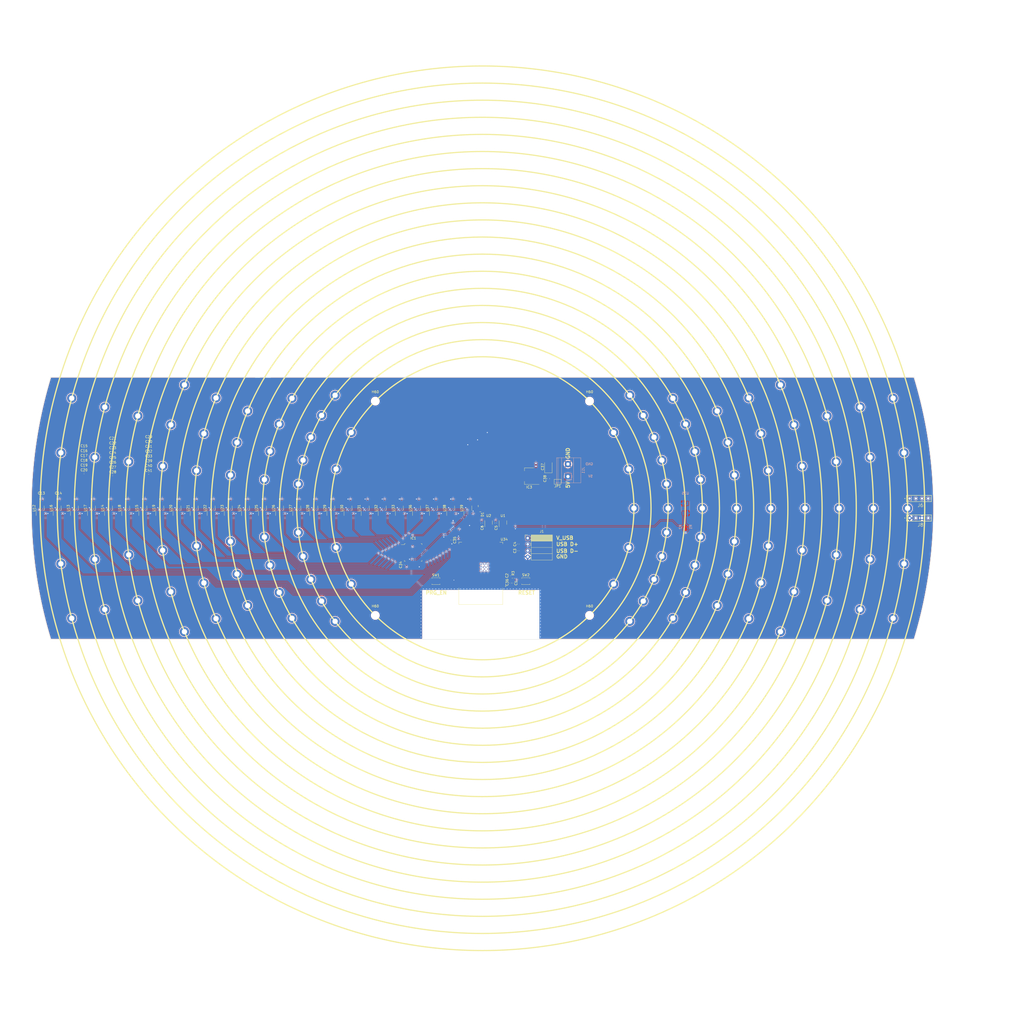
<source format=kicad_pcb>
(kicad_pcb (version 20221018) (generator pcbnew)
  (title_block (comment 4 "AISLER Project ID: NTOACMDE"))
  (layers (0 "F.Cu" signal) (1 "In1.Cu" power) (2 "In2.Cu" power) (31 "B.Cu" signal) (34 "B.Paste" user) (35 "F.Paste" user) (36 "B.SilkS" user "B.Silkscreen") (37 "F.SilkS" user "F.Silkscreen") (38 "B.Mask" user) (39 "F.Mask" user) (44 "Edge.Cuts" user))
  (net 0 "")
  (net 1 "Net-(U34-IO0)")
  (net 2 "Net-(U35-A)")
  (net 3 "/CLK unbuffered")
  (net 4 "/MISO unbuffered")
  (net 5 "/MOSI unbuffered")
  (net 6 "/CS0")
  (net 7 "/CS1 unbuffered")
  (net 9 "/LED_CLK")
  (net 10 "/LED_DATA")
  (net 19 "/GND")
  (net 20 "/3.3V")
  (net 21 "/SS12")
  (net 22 "/SS11")
  (net 23 "/SS10")
  (net 24 "/SS9")
  (net 25 "/SS8")
  (net 26 "/SS7")
  (net 27 "/SS6")
  (net 28 "/SS5")
  (net 29 "/SS4")
  (net 30 "/SS3")
  (net 31 "/SS2")
  (net 32 "/SS1")
  (net 33 "/MOSI")
  (net 34 "/CLK")
  (net 35 "/SS17")
  (net 36 "/SS18")
  (net 37 "/SS19")
  (net 38 "/SS20")
  (net 39 "/SS21")
  (net 40 "/SS22")
  (net 41 "/SS23")
  (net 42 "/SS24")
  (net 43 "/SS25")
  (net 44 "/SS26")
  (net 45 "/SS27")
  (net 46 "/SS28")
  (net 47 "/SS29")
  (net 48 "/SS30")
  (net 49 "/SS31")
  (net 50 "/SS32")
  (net 51 "/CS1")
  (net 52 "/SS16")
  (net 53 "/SS15")
  (net 54 "/SS14")
  (net 55 "/SS13")
  (net 56 "/MISO")
  (net 57 "/5V")
  (net 58 "/LDC_CLK")
  (net 59 "/LDC_INT")
  (net 60 "/LDC_CS")
  (net 61 "Net-(U34-EN)")
  (net 62 "/V_BUS")
  (net 69 "/USB_D-")
  (net 70 "/USB_D+")
  (net 82 "unconnected-(U34-IO46-Pad16)")
  (net 84 "unconnected-(U34-IO47-Pad24)")
  (net 86 "/QRE_OUT")
  (net 88 "/LED_CLK_unbuffered")
  (net 90 "/LED_DATA_unbuffered")
  (net 117 "unconnected-(U38-~{CS}-Pad4)")
  (net 119 "unconnected-(U39-~{CS}-Pad4)")
  (footprint "Own_Library:MountingHole_M2_own" (layer "F.Cu") (at 338.979248 255.540647)
    (fp_text reference "H1" hide)
    (fp_text value "MountingHole_Pad" hide)
  )
  (footprint "MountingHole:MountingHole_3.2mm_M3_DIN965" (layer "F.Cu") (at 268.84062 268.84062)
    (fp_text reference "H60")
    (fp_text value "MountingHole")
  )
  (footprint "Own_Library:MountingHole_M2_own" (layer "F.Cu") (at 314.230038 236.747357)
    (fp_text reference "H1" hide)
    (fp_text value "MountingHole_Pad" hide)
  )
  (footprint "Own_Library:MountingHole_M2_own" (layer "F.Cu") (at 97.497791 190.835886)
    (fp_text reference "H1" hide)
    (fp_text value "MountingHole_Pad" hide)
  )
  (footprint "Own_Library:MountingHole_M2_own" (layer "F.Cu") (at 328.110266 211.425276)
    (fp_text reference "H1" hide)
    (fp_text value "MountingHole_Pad" hide)
  )
  (footprint "Capacitor_SMD:C_0402_1005Metric" (layer "F.Cu") (at 61.97 208.53)
    (fp_text reference "C19")
    (fp_text value "0.1µ")
  )
  (footprint "Capacitor_SMD:C_0402_1005Metric" (layer "F.Cu") (at 61.97 202.62)
    (fp_text reference "C16")
    (fp_text value "0.1µ")
  )
  (footprint "Own_Library:MountingHole_M2_own" (layer "F.Cu") (at 56.928906 179.965486)
    (fp_text reference "H1" hide)
    (fp_text value "MountingHole_Pad" hide)
  )
  (footprint "Package_SO:VSSOP-8_3.0x3.0mm_P0.65mm" (layer "F.Cu") (at 135 225 90)
    (fp_text reference "U25")
    (fp_text value "TMAG5170")
  )
  (footprint "Own_Library:MountingHole_M2_own" (layer "F.Cu") (at 80.24905 244.056824)
    (fp_text reference "H1" hide)
    (fp_text value "MountingHole_Pad" hide)
  )
  (footprint "Package_SO:VSSOP-8_3.0x3.0mm_P0.65mm" (layer "F.Cu") (at 72 225 90)
    (fp_text reference "U14")
    (fp_text value "TMAG5170")
  )
  (footprint "Own_Library:ESP32-S3-WROOM-1-N16R2" (layer "F.Cu") (at 224.313 251.61 180)
    (fp_text reference "U34")
    (fp_text value "ESP32-S3-WROOM-1-n16r8")
  )
  (footprint "Own_Library:MountingHole_M2_own" (layer "F.Cu") (at 147.057714 180)
    (fp_text reference "H1" hide)
    (fp_text value "MountingHole_Pad" hide)
  )
  (footprint "Capacitor_SMD:C_0402_1005Metric" (layer "F.Cu") (at 88.43 210.71)
    (fp_text reference "C41")
    (fp_text value "0.1µ")
  )
  (footprint "Own_Library:MountingHole_M2_own" (layer "F.Cu") (at 346.952098 275.514213)
    (fp_text reference "H1" hide)
    (fp_text value "MountingHole_Pad" hide)
  )
  (footprint "Capacitor_SMD:C_0402_1005Metric" (layer "F.Cu") (at 237.573 255.6121 -90)
    (fp_text reference "C1")
    (fp_text value "22µ")
  )
  (footprint "MountingHole:MountingHole_3.2mm_M3_DIN965" (layer "F.Cu") (at 268.84062 181.15938)
    (fp_text reference "H60")
    (fp_text value "MountingHole")
  )
  (footprint "Package_SO:VSSOP-8_3.0x3.0mm_P0.65mm" (layer "F.Cu") (at 198 225 90)
    (fp_text reference "U36")
    (fp_text value "TMAG5170")
  )
  (footprint "Own_Library:MountingHole_M2_own" (layer "F.Cu") (at 124.543714 198.082819)
    (fp_text reference "H1" hide)
    (fp_text value "MountingHole_Pad" hide)
  )
  (footprint "Own_Library:MountingHole_M2_own" (layer "F.Cu") (at 397.511406 247.711557)
    (fp_text reference "H1" hide)
    (fp_text value "MountingHole_Pad" hide)
  )
  (footprint "Own_Library:MountingHole_M2_own" (layer "F.Cu") (at 128.916529 264.799077)
    (fp_text reference "H1" hide)
    (fp_text value "MountingHole_Pad" hide)
  )
  (footprint "Capacitor_SMD:C_0402_1005Metric" (layer "F.Cu") (at 88.43 208.74)
    (fp_text reference "C40")
    (fp_text value "0.1µ")
  )
  (footprint "Own_Library:MountingHole_M2_own" (layer "F.Cu") (at 171.306425 256)
    (fp_text reference "H1" hide)
    (fp_text value "MountingHole_Pad" hide)
  )
  (footprint "Own_Library:MountingHole_M2_own" (layer "F.Cu") (at 355.870722 242.229457)
    (fp_text reference "H1" hide)
    (fp_text value "MountingHole_Pad" hide)
  )
  (footprint "Own_Library:MountingHole_M2_own" (layer "F.Cu") (at 334.017785 179.843355)
    (fp_text reference "H1" hide)
    (fp_text value "MountingHole_Pad" hide)
  )
  (footprint "Own_Library:MountingHole_M2_own" (layer "F.Cu") (at 141.850842 190.558491)
    (fp_text reference "H1" hide)
    (fp_text value "MountingHole_Pad" hide)
  )
  (footprint "Own_Library:MountingHole_M2_own" (layer "F.Cu") (at 121.889734 238.574724)
    (fp_text reference "H1" hide)
    (fp_text value "MountingHole_Pad" hide)
  )
  (footprint "MountingHole:MountingHole_3.2mm_M3_DIN965" (layer "F.Cu") (at 181.15938 268.84062)
    (fp_text reference "H60")
    (fp_text value "MountingHole")
  )
  (footprint "Own_Library:MountingHole_M2_own" (layer "F.Cu") (at 154.785156 195.916059)
    (fp_text reference "H1" hide)
    (fp_text value "MountingHole_Pad" hide)
  )
  (footprint "Capacitor_SMD:C_0402_1005Metric" (layer "F.Cu") (at 88.43 196.92)
    (fp_text reference "C29")
    (fp_text value "0.1µ")
  )
  (footprint "Own_Library:MountingHole_M2_own" (layer "F.Cu") (at 66.368822 204.115809)
    (fp_text reference "H1" hide)
    (fp_text value "MountingHole_Pad" hide)
  )
  (footprint "Own_Library:MountingHole_M2_own" (layer "F.Cu") (at 385 225)
    (fp_text reference "H1" hide)
    (fp_text value "MountingHole_Pad" hide)
  )
  (footprint "Own_Library:MountingHole_M2_own" (layer "F.Cu") (at 159.182069 187)
    (fp_text reference "H1" hide)
    (fp_text value "MountingHole_Pad" hide)
  )
  (footprint "Own_Library:MountingHole_M2_own" (layer "F.Cu") (at 302.942286 270)
    (fp_text reference "H1" hide)
    (fp_text value "MountingHole_Pad" hide)
  )
  (footprint "Package_SO:VSSOP-8_3.0x3.0mm_P0.65mm" (layer "F.Cu") (at 93 225 90)
    (fp_text reference "U19")
    (fp_text value "TMAG5170")
  )
  (footprint "Own_Library:SAMTEC_SLW-104-01-G-S" (layer "F.Cu") (at 403.63 229 180)
    (fp_text reference "J8")
    (fp_text value "SLW-104-01-G-S")
  )
  (footprint "Package_SO:VSSOP-8_3.0x3.0mm_P0.65mm" (layer "F.Cu") (at 205 225 90)
    (fp_text reference "U37")
    (fp_text value "TMAG5170")
  )
  (footprint "Own_Library:MountingHole_M2_own" (layer "F.Cu") (at 284.887401 208.953219)
    (fp_text reference "H1" hide)
    (fp_text value "MountingHole_Pad" hide)
  )
  (footprint "Package_TO_SOT_SMD:SOT-223" (layer "F.Cu") (at 244.118 211.855 180)
    (fp_text reference "IC3")
    (fp_text value "LM3940IMP-3.3_NOPB")
  )
  (footprint "Own_Library:MountingHole_M2_own" (layer "F.Cu") (at 128.916529 185.200923)
    (fp_text reference "H1" hide)
    (fp_text value "MountingHole_Pad" hide)
  )
  (footprint "Own_Library:MountingHole_M2_own" (layer "F.Cu") (at 366.025171 187.212419)
    (fp_text reference "H1" hide)
    (fp_text value "MountingHole_Pad" hide)
  )
  (footprint "Own_Library:MountingHole_M2_own" (layer "F.Cu") (at 357 225)
    (fp_text reference "H1" hide)
    (fp_text value "MountingHole_Pad" hide)
  )
  (footprint "Capacitor_SMD:C_0402_1005Metric" (layer "F.Cu") (at 224.746 231.096 90)
    (fp_text reference "C6")
    (fp_text value "0.1µ")
  )
  (footprint "Own_Library:MountingHole_M2_own" (layer "F.Cu") (at 154.785156 254.083941)
    (fp_text reference "H1" hide)
    (fp_text value "MountingHole_Pad" hide)
  )
  (footprint "Button_Switch_SMD:SW_SPST_B3U-1000P" (layer "F.Cu") (at 242.78 254.845 180)
    (fp_text reference "SW2")
    (fp_text value "SW_Reset")
  )
  (footprint "Own_Library:MountingHole_M2_own" (layer "F.Cu") (at 83.974829 187.212419)
    (fp_text reference "H1" hide)
    (fp_text value "MountingHole_Pad" hide)
  )
  (footprint "Own_Library:MountingHole_M2_own" (layer "F.Cu") (at 383.631178 245.884191)
    (fp_text reference "H1" hide)
    (fp_text value "MountingHole_Pad" hide)
  )
  (footprint "Own_Library:MountingHole_M2_own" (layer "F.Cu") (at 371 225)
    (fp_text reference "H1" hide)
    (fp_text value "MountingHole_Pad" hide)
  )
  (footprint "Capacitor_SMD:C_0402_1005Metric" (layer "F.Cu") (at 73.69 203.43)
    (fp_text reference "C24")
    (fp_text value "0.1µ")
  )
  (footprint "Capacitor_SMD:C_0402_1005Metric" (layer "F.Cu") (at 51.48 220)
    (fp_text reference "C14")
    (fp_text value "0.1µ")
  )
  (footprint "Capacitor_SMD:C_0402_1005Metric" (layer "F.Cu") (at 88.43 198.89)
    (fp_text reference "C30")
    (fp_text value "0.1µ")
  )
  (footprint "Package_TO_SOT_SMD:SOT-23-5" (layer "F.Cu") (at 233.382 230.842 90)
    (fp_text reference "U1")
    (fp_text value "SN74LV1T34DBV")
  )
  (footprint "Own_Library:MountingHole_M2_own" (layer "F.Cu") (at 393.071094 270.034514)
    (fp_text reference "H1" hide)
    (fp_text value "MountingHole_Pad" hide)
  )
  (footprint "Own_Library:MountingHole_M2_own" (layer "F.Cu") (at 165.112599 208.953219)
    (fp_text reference "H1" hide)
    (fp_text value "MountingHole_Pad" hide)
  )
  (footprint "Own_Library:MountingHole_M2_own" (layer "F.Cu") (at 328.110266 238.574724)
    (fp_text reference "H1" hide)
    (fp_text value "MountingHole_Pad" hide)
  )
  (footprint "Capacitor_SMD:C_0402_1005Metric" (layer "F.Cu") (at 236.176 252.5641 90)
    (fp_text reference "C2")
    (fp_text value "1µ")
  )
  (footprint "Jumper:SolderJumper-2_P1.3mm_Open_Pad1.0x1.5mm" (layer "F.Cu") (at 255.802 214.141 180)
    (fp_text reference "JP1")
    (fp_text value "SolderJumper_2_Bridged")
  )
  (footprint "Own_Library:MountingHole_M2_own" (layer "F.Cu") (at 352.502209 259.164114)
    (fp_text reference "H1" hide)
    (fp_text value "MountingHole_Pad" hide)
  )
  (footprint "Package_SO:VSSOP-8_3.0x3.0mm_P0.65mm" (layer "F.Cu") (at 114 225 90)
    (fp_text reference "U22")
    (fp_text value "TMAG5170")
  )
  (footprint "Capacitor_SMD:C_0402_1005Metric" (layer "F.Cu") (at 44.52 220)
    (fp_text reference "C13")
    (fp_text value "0.1µ")
  )
  (footprint "Own_Library:MountingHole_M2_own" (layer "F.Cu") (at 300.349809 215.080009)
    (fp_text reference "H1" hide)
    (fp_text value "MountingHole_Pad" hide)
  )
  (footprint "Own_Library:MountingHole_M2_own" (layer "F.Cu") (at 124.543714 251.917181)
    (fp_text reference "H1" hide)
    (fp_text value "MountingHole_Pad" hide)
  )
  (footprint "Own_Library:MountingHole_M2_own" (layer "F.Cu") (at 121.889734 211.425276)
    (fp_text reference "H1" hide)
    (fp_text value "MountingHole_Pad" hide)
  )
  (footprint "Own_Library:MountingHole_M2_own" (layer "F.Cu") (at 103.047902 174.485787)
    (fp_text reference "H1" hide)
    (fp_text value "MountingHole_Pad" hide)
  )
  (footprint "Own_Library:MountingHole_M2_own" (layer "F.Cu") (at 115.982215 270.156645)
    (fp_text reference "H1" hide)
    (fp_text value "MountingHole_Pad" hide)
  )
  (footprint "Capacitor_Tantalum_SMD:CP_EIA-3528-15_AVX-H" (layer "F.Cu") (at 251.992 208.045 90)
    (fp_text reference "C37")
    (fp_text value "33µF")
  )
  (footprint "Capacitor_SMD:C_0402_1005Metric" (layer "F.Cu") (at 88.43 200.86)
    (fp_text reference "C31")
    (fp_text value "0.1µ")
  )
  (footprint "Own_Library:MountingHole_M2_own" (layer "F.Cu") (at 301 225)
    (fp_text reference "H1" hide)
    (fp_text value "MountingHole_Pad" hide)
  )
  (footprint "Capacitor_SMD:C_0402_1005Metric" (layer "F.Cu") (at 61.97 200.65)
    (fp_text reference "C15")
    (fp_text value "0.1µ")
  )
  (footprint "Own_Library:MountingHole_M2_own" (layer "F.Cu") (at 399 225)
    (fp_text reference "H1" hide)
    (fp_text value "MountingHole_Pad" hide)
  )
  (footprint "Own_Library:MountingHole_M2_own" (layer "F.Cu") (at 308.149158 259.441509)
    (fp_text reference "H1" hide)
    (fp_text value "MountingHole_Pad" hide)
  )
  (footprint "Own_Library:MountingHole_M2_own" (layer "F.Cu") (at 159.182069 263)
    (fp_text reference "H1" hide)
    (fp_text value "MountingHole_Pad" hide)
  )
  (footprint "Capacitor_SMD:C_0402_1005Metric" (layer "F.Cu") (at 73.69 209.34)
    (fp_text reference "C27")
    (fp_text value "0.1µ")
  )
  (footprint "Own_Library:MountingHole_M2_own" (layer "F.Cu") (at 366.025171 262.787581)
    (fp_text reference "H1" hide)
    (fp_text value "MountingHole_Pad" hide)
  )
  (footprint "Own_Library:MountingHole_M2_own" (layer "F.Cu") (at 295.214844 254.083941)
    (fp_text reference "H1" hide)
    (fp_text value "MountingHole_Pad" hide)
  )
  (footprint "Own_Library:MountingHole_M2_own" (layer "F.Cu") (at 369.75095 244.056824)
    (fp_text reference "H1" hide)
    (fp_text value "MountingHole_Pad" hide)
  )
  (footprint "Package_SO:VSSOP-8_3.0x3.0mm_P0.65mm" (layer "F.Cu") (at 191 225 90)
    (fp_text reference "U33")
    (fp_text value "TMAG5170")
  )
  (footprint "Capacitor_SMD:C_0402_1005Metric" (layer "F.Cu") (at 88.43 202.83)
    (fp_text reference "C32")
    (fp_text value "0.1µ")
  )
  (footprint "Own_Library:MountingHole_M2_own" (layer "F.Cu") (at 149.650191 215.080009)
    (fp_text reference "H1" hide)
    (fp_text value "MountingHole_Pad" hide)
  )
  (footprint "Own_Library:MountingHole_M2_own" (layer "F.Cu") (at 284.887401 241.046781)
    (fp_text reference "H1" hide)
    (fp_text value "MountingHole_Pad" hide)
  )
  (footprint "Own_Library:MountingHole_M2_own" (layer "F.Cu") (at 138.066676 248.293714)
    (fp_text reference "H1" hide)
    (fp_text value "MountingHole_Pad" hide)
  )
  (footprint "Own_Library:MountingHole_M2_own" (layer "F.Cu") (at 298.410363 244.670247)
    (fp_text reference "H1" hide)
    (fp_text value "MountingHole_Pad" hide)
  )
  (footprint "Own_Library:MountingHole_M2_own" (layer "F.Cu") (at 311.933324 248.293714)
    (fp_text reference "H1" hide)
    (fp_text value "MountingHole_Pad" hide)
  )
  (footprint "Own_Library:MountingHole_M2_own" (layer "F.Cu") (at 165.112599 241.046781)
    (fp_text reference "H1" hide)
    (fp_text value "MountingHole_Pad" hide)
  )
  (footprint "Own_Library:MountingHole_M2_own" (layer "F.Cu") (at 115.982215 179.843355)
    (fp_text reference "H1" hide)
    (fp_text value "MountingHole_Pad" hide)
  )
  (footprint "Package_SO:VSSOP-8_3.0x3.0mm_P0.65mm" (layer "F.Cu") (at 51 225 90)
    (fp_text reference "U16")
    (fp_text value "TMAG5170")
  )
  (footprint "Own_Library:MountingHole_M2_own" (layer "F.Cu") (at 141.850842 259.441509)
    (fp_text reference "H1" hide)
    (fp_text value "MountingHole_Pad" hide)
  )
  (footprint "Own_Library:MountingHole_M2_own" (layer "F.Cu") (at 97.497791 259.164114)
    (fp_text reference "H1" hide)
    (fp_text value "MountingHole_Pad" hide)
  )
  (footprint "Own_Library:MountingHole_M2_own" (layer "F.Cu") (at 52.488594 202.288443)
    (fp_text reference "H1" hide)
    (fp_text value "MountingHole_Pad" hide)
  )
  (footprint "Own_Library:MountingHole_M2_own" (layer "F.Cu") (at 314.230038 213.252643)
    (fp_text reference "H1" hide)
    (fp_text value "MountingHole_Pad" hide)
  )
  (footprint "Own_Library:MountingHole_M2_own" (layer "F.Cu") (at 341.990494 209.597909)
    (fp_text reference "H1" hide)
    (fp_text value "MountingHole_Pad" hide)
  )
  (footprint "Capacitor_SMD:C_0402_1005Metric" (layer "F.Cu") (at 61.97 210.5)
    (fp_text reference "C20")
    (fp_text value "0.1µ")
  )
  (footprint "Package_SO:VSSOP-8_3.0x3.0mm_P0.65mm" (layer "F.Cu") (at 169.975 225 90)
    (fp_text reference "U30")
    (fp_text value "TMAG5170")
  )
  (footprint "Resistor_SMD:R_0402_1005Metric" (layer "F.Cu") (at 237.573 253.64545 90)
    (fp_text reference "R3")
    (fp_text value "10k")
  )
  (footprint "Own_Library:MountingHole_M2_own" (layer "F.Cu") (at 52.488594 247.711557)
    (fp_text reference "H1" hide)
    (fp_text value "MountingHole_Pad" hide)
  )
  (footprint "Own_Library:MountingHole_M2_own" (layer "F.Cu") (at 70.451868 266.411047)
    (fp_text reference "H1" hide)
    (fp_text value "MountingHole_Pad" hide)
  )
  (footprint "Capacitor_SMD:C_0402_1005Metric" (layer "F.Cu") (at 239.605 239.6656 90)
    (fp_text reference "C4")
    (fp_text value "22pF")
  )
  (footprint "Package_SO:VSSOP-8_3.0x3.0mm_P0.65mm" (layer "F.Cu") (at 107 225 90)
    (fp_text reference "U21")
    (fp_text value "TMAG5170")
  )
  (footprint "Capacitor_SMD:C_0402_1005Metric" (layer "F.Cu") (at 73.69 205.4)
    (fp_text reference "C25")
    (fp_text value "0.1µ")
  )
  (footprint "Own_Library:MountingHole_M2_own" (layer "F.Cu") (at 285.294854 271.265869)
    (fp_text reference "H1" hide)
    (fp_text value "MountingHole_Pad" hide)
  )
  (footprint "Own_Library:MountingHole_M2_own" (layer "F.Cu") (at 164.705146 271.265869)
    (fp_text reference "H1" hide)
    (fp_text value "MountingHole_Pad" hide)
  )
  (footprint "Own_Library:MountingHole_M2_own" (layer "F.Cu") (at 308.149158 190.558491)
    (fp_text reference "H1" hide)
    (fp_text value "MountingHole_Pad" hide)
  )
  (footprint "Capacitor_SMD:C_0402_1005Metric" (layer "F.Cu") (at 61.97 206.56)
    (fp_text reference "C18")
    (fp_text value "0.1µ")
  )
  (footprint "Package_SO:VSSOP-8_3.0x3.0mm_P0.65mm" (layer "F.Cu") (at 100 225 90)
    (fp_text reference "U20")
    (fp_text value "TMAG5170")
  )
  (footprint "Package_SO:VSSOP-8_3.0x3.0mm_P0.65mm" (layer "F.Cu") (at 212 225 90)
    (fp_text reference "U38")
    (fp_text value "TMAG5170")
  )
  (footprint "Own_Library:MountingHole_M2_own" (layer "F.Cu") (at 80.24905 205.943176)
    (fp_text reference "H1" hide)
    (fp_text value "MountingHole_Pad" hide)
  )
  (footprint "Own_Library:MountingHole_M2_own" (layer "F.Cu") (at 135.769962 236.747357)
    (fp_text reference "H1" hide)
    (fp_text value "MountingHole_Pad" hide)
  )
  (footprint "Capacitor_SMD:C_0402_1005Metric" (layer "F.Cu") (at 88.43 204.8)
    (fp_text reference "C33")
    (fp_text value "0.1µ")
  )
  (footprint "Package_SO:VSSOP-8_3.0x3.0mm_P0.65mm" (layer "F.Cu") (at 128 225 90)
    (fp_text reference "U24")
    (fp_text value "TMAG5170")
  )
  (footprint "Own_Library:MountingHole_M2_own" (layer "F.Cu") (at 108.009506 209.597909)
    (fp_text reference "H1" hide)
    (fp_text value "MountingHole_Pad" hide)
  )
  (footprint "Own_Library:MountingHole_M2_own" (layer "F.Cu") (at 341.990494 240.402091)
    (fp_text reference "H1" hide)
    (fp_text value "MountingHole_Pad" hide)
  )
  (footprint "Own_Library:MountingHole_M2_own" (layer "F.Cu") (at 379.548132 183.588953)
    (fp_text reference "H1" hide)
    (fp_text value "MountingHole_Pad" hide)
  )
  (footprint "Own_Library:MountingHole_M2_own" (layer "F.Cu") (at 321.083471 264.799077)
    (fp_text reference "H1" hide)
    (fp_text value "MountingHole_Pad" hide)
  )
  (footprint "Capacitor_SMD:C_0603_1608Metric" (layer "F.Cu") (at 251.992 212.871 90)
    (fp_text reference "C38")
    (fp_text value "0.47µF")
  )
  (footprint "Package_SO:VSSOP-8_3.0x3.0mm_P0.65mm" (layer "F.Cu") (at 219 225 90)
    (fp_text reference "U39")
    (fp_text value "TMAG5170")
  )
  (footprint "Capacitor_SMD:C_0402_1005Metric" (layer "F.Cu") (at 239.5954 242.3808 -90)
    (fp_text reference "C3")
    (fp_text value "22pF")
  )
  (footprint "Own_Library:MountingHole_M2_own" (layer "F.Cu") (at 83.974829 262.787581)
    (fp_text reference "H1" hide)
    (fp_text value "MountingHole_Pad" hide)
  )
  (footprint "Own_Library:MountingHole_M2_own" (layer "F.Cu") (at 111.020752 255.540647)
    (fp_text reference "H1" hide)
    (fp_text value "MountingHole_Pad" hide)
  )
  (footprint "Own_Library:MountingHole_M2_own" (layer "F.Cu") (at 290.817931 263)
    (fp_text reference "H1" hide)
    (fp_text value "MountingHole_Pad" hide)
  )
  (footprint "Connector_PinSocket_2.54mm:PinSocket_1x04_P2.54mm_Horizontal" (layer "F.Cu") (at 253.688 237.215)
    (fp_text reference "J1")
    (fp_text value "0022232041")
  )
  (footprint "Capacitor_SMD:C_0402_1005Metric" (layer "F.Cu") (at 73.69 197.52)
    (fp_text reference "C21")
    (fp_text value "0.1µ")
  )
  (footprint "Own_Library:MountingHole_M2_own" (layer "F.Cu") (at 138.066676 201.706286)
    (fp_text reference "H1" hide)
    (fp_text value "MountingHole_Pad" hide)
  )
  (footprint "Package_SO:VSSOP-8_3.0x3.0mm_P0.65mm" (layer "F.Cu") (at 177 225 90)
    (fp_text reference "U31")
    (fp_text value "TMAG5170")
  )
  (footprint "Package_SO:VSSOP-8_3.0x3.0mm_P0.65mm" (layer "F.Cu") (at 65 225 90)
    (fp_text reference "U17")
    (fp_text value "TMAG5170")
  )
  (footprint "Own_Library:MountingHole_M2_own" (layer "F.Cu") (at 149.650191 234.919991)
    (fp_text reference "H1" hide)
    (fp_text value "MountingHole_Pad" hide)
  )
  (footprint "Own_Library:MountingHole_M2_own" (layer "F.Cu") (at 151.589637 244.670247)
    (fp_text reference "H1" hide)
    (fp_text value "MountingHole_Pad" hide)
  )
  (footprint "LED_SMD:LED-APA102-2020" (layer "F.Cu") (at 225 225)
    (fp_text reference "D1")
    (fp_text value "APA102-2020")
  )
  (footprint "Capacitor_SMD:C_0402_1005Metric" (layer "F.Cu") (at 73.69 211.31)
    (fp_text reference "C28")
    (fp_text value "0.1µ")
  )
  (footprint "Own_Library:MountingHole_M2_own" (layer "F.Cu") (at 56.928906 270.034514)
    (fp_text reference "H1" hide)
    (fp_text value "MountingHole_Pad" hide)
  )
  (footprint "Own_Library:MountingHole_M2_own" (layer "F.Cu") (at 315 225)
    (fp_text reference "H1" hide)
    (fp_text value "MountingHole_Pad" hide)
  )
  (footprint "Own_Library:MountingHole_M2_own" (layer "F.Cu") (at 94.129278 242.229457)
    (fp_text reference "H1" hide)
    (fp_text value "MountingHole_Pad" hide)
  )
  (footprint "Capacitor_SMD:C_0402_1005Metric" (layer "F.Cu") (at 73.69 201.46)
    (fp_text reference "C23")
    (fp_text value "0.1µ")
  )
  (footprint "Own_Library:MountingHole_M2_own" (layer "F.Cu") (at 325.456286 198.082819)
    (fp_text reference "H1" hide)
    (fp_text value "MountingHole_Pad" hide)
  )
  (footprint "Package_SO:VSSOP-8_3.0x3.0mm_P0.65mm" (layer "F.Cu") (at 86 225 90)
    (fp_text reference "U15")
    (fp_text value "TMAG5170")
  )
  (footprint "Own_Library:MountingHole_M2_own" (layer "F.Cu") (at 355.870722 207.770543)
    (fp_text reference "H1" hide)
    (fp_text value "MountingHole_Pad" hide)
  )
  (footprint "Capacitor_SMD:C_0402_1005Metric" (layer "F.Cu") (at 230.461 231.082 90)
    (fp_text reference "C5")
    (fp_text value "0.1µ")
  )
  (footprint "Capacitor_SMD:C_0402_1005Metric" (layer "F.Cu") (at 236.371 255.6121 -90)
    (fp_text reference "C36")
    (fp_text value "0.1µ")
  )
  (footprint "Own_Library:MountingHole_M2_own" (layer "F.Cu") (at 278.693575 194)
    (fp_text reference "H1" hide)
    (fp_text value "MountingHole_Pad" hide)
  )
  (footprint "Own_Library:MountingHole_M2_own" (layer "F.Cu") (at 290.817931 187)
    (fp_text reference "H1" hide)
    (fp_text value "MountingHole_Pad" hide)
  )
  (footprint "Own_Library:MountingHole_M2_own" (layer "F.Cu") (at 346.952098 174.485787)
    (fp_text reference "H1" hide)
    (fp_text value "MountingHole_Pad" hide)
  )
  (footprint "Own_Library:MountingHole_M2_own" (layer "F.Cu") (at 383.631178 204.115809)
    (fp_text reference "H1" hide)
    (fp_text value "MountingHole_Pad" hide)
  )
  (footprint "Capacitor_SMD:C_0402_1005Metric" (layer "F.Cu") (at 192.683 248.141 90)
    (fp_text reference "C34")
    (fp_text value "0.1µ")
  )
  (footprint "Own_Library:MountingHole_M2_own" (layer "F.Cu") (at 66.368822 245.884191)
    (fp_text reference "H1" hide)
    (fp_text value "MountingHole_Pad" hide)
  )
  (footprint "Package_SO:VSSOP-8_3.0x3.0mm_P0.65mm" (layer "F.Cu") (at 163 225 90)
    (fp_text reference "U29")
    (fp_text value "TMAG5170")
  )
  (footprint "Package_SO:VSSOP-8_3.0x3.0mm_P0.65mm" (layer "F.Cu") (at 156 225 90)
    (fp_text reference "U28")
    (fp_text value "TMAG5170")
  )
  (footprint "Capacitor_SMD:C_0402_1005Metric" (layer "F.Cu") (at 88.43 206.77)
    (fp_text reference "C39")
    (fp_text value "0.1µ")
  )
  (footprint "Own_Library:MountingHole_M2_own" (layer "F.Cu") (at 300.349809 234.919991)
    (fp_text reference "H1" hide)
    (fp_text value "MountingHole_Pad" hide)
  )
  (footprint "Capacitor_SMD:C_0402_1005Metric" (layer "F.Cu") (at 212.5 238.02 -90)
    (fp_text reference "C35")
    (fp_text value "0.1µ")
  )
  (footprint "Own_Library:MountingHole_M2_own" (layer "F.Cu") (at 111.020752 194.459353)
    (fp_text reference "H1" hide)
    (fp_text value "MountingHole_Pad" hide)
  )
  (footprint "Own_Library:SAMTEC_SLW-104-01-G-S" (layer "F.Cu") (at 403.63 221 180)
    (fp_text reference "J6")
    (fp_text value "SLW-104-01-G-S")
  )
  (footprint "Own_Library:MountingHole_M2_own" (layer "F.Cu") (at 369.75095 205.943176)
    (fp_text reference "H1" hide)
    (fp_text value "MountingHole_Pad" hide)
  )
  (footprint "Own_Library:MountingHole_M2_own" (layer "F.Cu") (at 164.705146 178.734131)
    (fp_text reference "H1" hide)
    (fp_text value "MountingHole_Pad" hide)
  )
  (footprint "Own_Library:MountingHole_M2_own" (layer "F.Cu") (at 393.071094 179.965486)
    (fp_text reference "H1" hide)
    (fp_text value "MountingHole_Pad" hide)
  )
  (footprint "Own_Library:MountingHole_M2_own" (layer "F.Cu") (at 397.511406 202.288443)
    (fp_text reference "H1" hide)
    (fp_text value "MountingHole_Pad" hide)
  )
  (footprint "Button_Switch_SMD:SW_SPST_B3U-1000P" (layer "F.Cu") (at 205.95 254.845)
    (fp_text reference "SW1")
    (fp_text value "SW_Boot")
  )
  (footprint "Package_SO:VSSOP-8_3.0x3.0mm_P0.65mm" (layer "F.Cu") (at 58 225 90)
    (fp_text reference "U13")
    (fp_text value "TMAG5170")
  )
  (footprint "Own_Library:MountingHole_M2_own" (layer "F.Cu") (at 171.306425 194)
    (fp_text reference "H1" hide)
    (fp_text value "MountingHole_Pad" hide)
  )
  (footprint "Own_Library:MountingHole_M2_own" (layer "F.Cu") (at 147.057714 270)
    (fp_text reference "H1" hide)
    (fp_text value "MountingHole_Pad" hide)
  )
  (footprint "Package_TO_SOT_SMD:SOT-23-5" (layer "F.Cu") (at 227.54 230.842 90)
    (fp_text reference "U2")
    (fp_text value "SN74LV1T34DBV")
  )
  (footprint "MountingHole:MountingHole_3.2mm_M3_DIN965" (layer "F.Cu") (at 181.15938 181.15938)
    (fp_text reference "H60")
    (fp_text value "MountingHole")
  )
  (footprint "Capacitor_SMD:C_0402_1005Metric" (layer "F.Cu") (at 61.97 204.59)
    (fp_text reference "C17")
    (fp_text value "0.1µ")
  )
  (footprint "Own_Library:MountingHole_M2_own" (layer "F.Cu") (at 295.214844 195.916059)
    (fp_text reference "H1" hide)
    (fp_text value "MountingHole_Pad" hide)
  )
  (footprint "Own_Library:MountingHole_M2_own" (layer "F.Cu") (at 302.942286 180)
    (fp_text reference "H1" hide)
    (fp_text value "MountingHole_Pad" hide)
  )
  (footprint "Own_Library:MountingHole_M2_own" (layer "F.Cu") (at 352.502209 190.835886)
    (fp_text reference "H1" hide)
    (fp_text value "MountingHole_Pad" hide)
  )
  (footprint "Own_Library:MountingHole_M2_own" (layer "F.Cu") (at 135.769962 213.252643)
    (fp_text reference "H1" hide)
    (fp_text value "MountingHole_Pad" hide)
  )
  (footprint "Own_Library:MountingHole_M2_own" (layer "F.Cu") (at 379.548132 266.411047)
    (fp_text reference "H1" hide)
    (fp_text value "MountingHole_Pad" hide)
  )
  (footprint "Own_Library:MountingHole_M2_own" (layer "F.Cu") (at 321.083471 185.200923)
    (fp_text reference "H1" hide)
    (fp_text value "MountingHole_Pad" hide)
  )
  (footprint "Own_Library:MountingHole_M2_own" (layer "F.Cu") (at 334.017785 270.156645)
    (fp_text reference "H1" hide)
    (fp_text value "MountingHole_Pad" hide)
  )
  (footprint "Own_Library:MountingHole_M2_own" (layer "F.Cu") (at 298.410363 205.329753)
    (fp_text reference "H1" hide)
    (fp_text value "MountingHole_Pad" hide)
  )
  (footprint "Own_Library:MountingHole_M2_own" (layer "F.Cu") (at 94.129278 207.770543)
    (fp_text reference "H1" hide)
    (fp_text value "MountingHole_Pad" hide)
  )
  (footprint "Capacitor_SMD:C_0402_1005Metric" (layer "F.Cu") (at 73.69 207.37)
    (fp_text reference "C26")
    (fp_text value "0.1µ")
  )
  (footprint "Package_SO:VSSOP-8_3.0x3.0mm_P0.65mm" (layer "F.Cu") (at 149 225 90)
    (fp_text reference "U27")
    (fp_text value "TMAG5170")
  )
  (footprint "Package_SO:VSSOP-8_3.0x3.0mm_P0.65mm" (layer "F.Cu") (at 184 225 90)
    (fp_text reference "U32")
    (fp_text value "TMAG5170")
  )
  (footprint "Own_Library:MountingHole_M2_own" (layer "F.Cu") (at 108.009506 240.402091)
    (fp_text reference "H1" hide)
    (fp_text value "MountingHole_Pad" hide)
  )
  (footprint "Own_Library:MountingHole_M2_own" (layer "F.Cu") (at 311.933324 201.706286)
    (fp_text reference "H1" hide)
    (fp_text value "MountingHole_Pad" hide)
  )
  (footprint "Own_Library:MountingHole_M2_own" (layer "F.Cu") (at 325.456286 251.917181)
    (fp_text reference "H1" hide)
    (fp_text value "MountingHole_Pad" hide)
  )
  (footprint "Own_Library:MountingHole_M2_own" (layer "F.Cu") (at 70.451868 183.588953)
    (fp_text reference "H1" hide)
    (fp_text value "MountingHole_Pad" hide)
  )
  (footprint "Package_SO:VSSOP-8_3.0x3.0mm_P0.65mm" (layer "F.Cu") (at 44 225 90)
    (fp_text reference "U12")
    (fp_text value "TMAG5170")
  )
  (footprint "Own_Library:MountingHole_M2_own" (layer "F.Cu") (at 329 225)
    (fp_text reference "H1" hide)
    (fp_text value "MountingHole_Pad" hide)
  )
  (footprint "Own_Library:MountingHole_M2_own" (layer "F.Cu") (at 338.979248 194.459353)
    (fp_text reference "H1" hide)
    (fp_text value "MountingHole_Pad" hide)
  )
  (footprint "Package_SO:VSSOP-8_3.0x3.0mm_P0.65mm" (layer "F.Cu") (at 142 225 90)
    (fp_text reference "U26")
    (fp_text value "TMAG5170")
  )
  (footprint "Package_SO:VSSOP-8_3.0x3.0mm_P0.65mm" (layer "F.Cu") (at 121 225 90)
    (fp_text reference "U23")
    (fp_text value "TMAG5170")
  )
  (footprint "Own_Library:MountingHole_M2_own" (layer "F.Cu") (at 278.693575 256)
    (fp_text reference "H1" hide)
    (fp_text value "MountingHole_Pad" hide)
  )
  (footprint "Own_Library:MountingHole_M2_own" (layer "F.Cu") (at 103.047902 275.514213)
    (fp_text reference "H1" hide)
    (fp_text value "MountingHole_Pad" hide)
  )
  (footprint "Own_Library:MountingHole_M2_own" (layer "F.Cu") (at 287 225)
    (fp_text reference "H1" hide)
    (fp_text value "MountingHole_Pad" hide)
  )
  (footprint "Own_Library:MountingHole_M2_own" (layer "F.Cu") (at 151.589637 205.329753)
    (fp_text reference "H1" hide)
    (fp_text value "MountingHole_Pad" hide)
  )
  (footprint "Own_Library:MountingHole_M2_own" (layer "F.Cu") (at 285.294854 178.734131)
    (fp_text reference "H1" hide)
    (fp_text value "MountingHole_Pad" hide)
  )
  (footprint "Capacitor_SMD:C_0402_1005Metric" (layer "F.Cu") (at 73.69 199.49)
    (fp_text reference "C22")
    (fp_text value "0.1µ")
  )
  (footprint "Own_Library:MountingHole_M2_own" (layer "F.Cu") (at 343 225)
    (fp_text reference "H1" hide)
    (fp_text value "MountingHole_Pad" hide)
  )
  (footprint "Package_SO:VSSOP-8_3.0x3.0mm_P0.65mm" (layer "F.Cu") (at 79 225 90)
    (fp_text reference "U18")
    (fp_text value "TMAG5170")
  )
  (footprint "Package_QFP:TQFP-48_7x7mm_P0.5mm" (layer "F.Cu") (at 196.661952 243.098)
    (fp_text reference "IC1")
    (fp_text value "ADG731BSUZ")
  )
  (footprint "Resistor_SMD:R_0402_1005Metric" (layer "B.Cu") (at 307.221998 232.634998 -90)
    (fp_text reference "R2")
    (fp_text value "10K")
  )
  (footprint "Resistor_SMD:R_0402_1005Metric" (layer "B.Cu") (at 309.074 232.62 90)
    (fp_text reference "R1")
    (fp_text value "100")
  )
  (footprint "TerminalBlock_Phoenix:TerminalBlock_Phoenix_MKDS-1,5-2-5.08_1x02_P5.08mm_Horizontal" (layer "B.Cu") (at 260 212 90)
    (fp_text reference "J11")
    (fp_text value "Screw_Terminal_01x02")
  )
  (footprint "OptoDevice:OnSemi_CASE100CY" (layer "B.Cu") (at 308.058 225 180)
    (fp_text reference "U35")
    (fp_text value "QRE1113GR")
  )
  (gr_circle locked (center 225 225) (end 287 225) (stroke (width 0.5)) (fill none) (layer "F.SilkS"))
  (gr_circle locked (center 225 225) (end 315 225) (stroke (width 0.5)) (fill none) (layer "F.SilkS"))
  (gr_circle locked (center 225 225) (end 364 225) (stroke (width 0.5)) (fill none) (layer "F.SilkS"))
  (gr_circle locked (center 225 225) (end 399 225) (stroke (width 0.5)) (fill none) (layer "F.SilkS"))
  (gr_circle locked (center 225 225) (end 357 225) (stroke (width 0.5)) (fill none) (layer "F.SilkS"))
  (gr_circle locked (center 225 225) (end 329 225) (stroke (width 0.5)) (fill none) (layer "F.SilkS"))
  (gr_circle locked (center 225 225) (end 294 225) (stroke (width 0.5)) (fill none) (layer "F.SilkS"))
  (gr_circle locked (center 225 225) (end 385 225) (stroke (width 0.5)) (fill none) (layer "F.SilkS"))
  (gr_circle locked (center 225 225) (end 336 225) (stroke (width 0.5)) (fill none) (layer "F.SilkS"))
  (gr_circle locked (center 225 225) (end 308 225) (stroke (width 0.5)) (fill none) (layer "F.SilkS"))
  (gr_circle locked (center 225 225) (end 343 225) (stroke (width 0.5)) (fill none) (layer "F.SilkS"))
  (gr_circle locked (center 225 225) (end 392 225) (stroke (width 0.5)) (fill none) (layer "F.SilkS"))
  (gr_circle locked (center 225 225) (end 322 225) (stroke (width 0.5)) (fill none) (layer "F.SilkS"))
  (gr_circle locked (center 225 225) (end 406 225) (stroke (width 0.5)) (fill none) (layer "F.SilkS"))
  (gr_circle locked (center 225 225) (end 301 225) (stroke (width 0.5)) (fill none) (layer "F.SilkS"))
  (gr_circle locked (center 225 225) (end 378 225) (stroke (width 0.5)) (fill none) (layer "F.SilkS"))
  (gr_circle locked (center 225 225) (end 371 225) (stroke (width 0.5)) (fill none) (layer "F.SilkS"))
  (gr_circle locked (center 225 225) (end 350 225) (stroke (width 0.5)) (fill none) (layer "F.SilkS"))
  (gr_line (start 48.2802 278.693625) (end 401.7212 278.693625) (stroke (width 0.1)) (layer "Edge.Cuts"))
  (gr_line (start 48.2802 171.306425) (end 401.7212 171.306425) (stroke (width 0.1)) (layer "Edge.Cuts"))
  (gr_arc (start 401.721199 171.306425) (mid 409.698084 225.000024) (end 401.721185 278.693621) (stroke (width 0.1)) (layer "Edge.Cuts"))
  (gr_arc (start 48.280214 278.693621) (mid 40.303255 225.000024) (end 48.2802 171.306425) (stroke (width 0.1)) (layer "Edge.Cuts"))
  (gr_text "5V" (at 270.212 212.427) (layer "B.SilkS") (effects (font (size 1 1)) (justify left bottom mirror)))
  (gr_text "GND\n" (at 270.339 207.474) (layer "B.SilkS") (effects (font (size 1 1)) (justify left bottom mirror)))
  (gr_text "USB D+\n" (at 255.04 240.557) (layer "F.SilkS") (effects (font (size 1.5 1.5) (thickness 0.3) bold) (justify left bottom)))
  (gr_text "5V" (at 260.882 216.935 90) (layer "F.SilkS") (effects (font (size 1.5 1.5) (thickness 0.3) bold) (justify left bottom)))
  (gr_text "GND" (at 255.04 245.637) (layer "F.SilkS") (effects (font (size 1.5 1.5) (thickness 0.3) bold) (justify left bottom)))
  (gr_text "USB D-" (at 255.04 243.351) (layer "F.SilkS") (effects (font (size 1.5 1.5) (thickness 0.3) bold) (justify left bottom)))
  (gr_text "GND" (at 260.882 204.997 90) (layer "F.SilkS") (effects (font (size 1.5 1.5) (thickness 0.3) bold) (justify left bottom)))
  (gr_text "V_USB\n" (at 255.04 238.017) (layer "F.SilkS") (effects (font (size 1.5 1.5) (thickness 0.3) bold) (justify left bottom)))
  (gr_text "RESET\n" (at 239.478 260.433) (layer "F.SilkS") (effects (font (size 1.5 1.5) (thickness 0.3) bold) (justify left bottom)))
  (gr_text "PRG_EN" (at 201.632 260.433) (layer "F.SilkS") (effects (font (size 1.5 1.5) (thickness 0.3) bold) (justify left bottom)))
  (segment (start 207.65 254.845) (end 210.395 254.845) (width 0.4) (layer "F.Cu") (net 1))
  (segment (start 213 241.445) (end 214.085 240.36) (width 0.4) (layer "F.Cu") (net 1))
  (segment (start 213 252.24) (end 213 241.445) (width 0.4) (layer "F.Cu") (net 1))
  (segment (start 214.085 240.36) (end 215.563 240.36) (width 0.4) (layer "F.Cu") (net 1))
  (segment (start 210.395 254.845) (end 213 252.24) (width 0.4) (layer "F.Cu") (net 1))
  (segment (start 308.058 231.094) (end 308.058 223.942) (width 0.4) (layer "B.Cu") (net 2))
  (segment (start 308.058 223.942) (end 308.958 223.042) (width 0.4) (layer "B.Cu") (net 2))
  (segment (start 309.074 232.11) (end 308.058 231.094) (width 0.4) (layer "B.Cu") (net 2))
  (segment (start 223.678 239.11) (end 223.678 238.36) (width 0.25) (layer "F.Cu") (net 3))
  (segment (start 219.968 234.65) (end 218.2545 234.65) (width 0.25) (layer "F.Cu") (net 3))
  (segment (start 223.678 238.36) (end 219.968 234.65) (width 0.25) (layer "F.Cu") (net 3))
  (segment (start 226.218 239.11) (end 226.218 238.36) (width 0.25) (layer "F.Cu") (net 4))
  (segment (start 226.218 238.36) (end 221.208 233.35) (width 0.25) (layer "F.Cu") (net 4))
  (segment (start 221.208 233.35) (end 218.2545 233.35) (width 0.25) (layer "F.Cu") (net 4))
  (segment (start 222.408 239.11) (end 222.408 238.36) (width 0.25) (layer "F.Cu") (net 5))
  (segment (start 219.348 235.3) (end 218.2545 235.3) (width 0.25) (layer "F.Cu") (net 5))
  (segment (start 222.408 238.36) (end 219.348 235.3) (width 0.25) (layer "F.Cu") (net 5))
  (segment (start 200.161952 256.848) (end 213.565 256.848) (width 0.25) (layer "F.Cu") (net 6))
  (segment (start 195.911952 247.2605) (end 195.911952 252.598) (width 0.25) (layer "F.Cu") (net 6))
  (segment (start 214.813 255.6) (end 215.563 255.6) (width 0.25) (layer "F.Cu") (net 6))
  (segment (start 195.911952 252.598) (end 200.161952 256.848) (width 0.25) (layer "F.Cu") (net 6))
  (segment (start 213.565 256.848) (end 214.813 255.6) (width 0.25) (layer "F.Cu") (net 6))
  (segment (start 220.588 234) (end 218.2545 234) (width 0.25) (layer "F.Cu") (net 7))
  (segment (start 224.948 239.11) (end 224.948 238.36) (width 0.25) (layer "F.Cu") (net 7))
  (segment (start 224.948 238.36) (end 220.588 234) (width 0.25) (layer "F.Cu") (net 7))
  (segment (start 225.9 224.93) (end 225.83 225) (width 0.4) (layer "F.Cu") (net 9))
  (segment (start 198.911952 247.198) (end 199.411952 247.198) (width 0.3) (layer "F.Cu") (net 19))
  (via (at 224.746 232.5184) (size 0.8) (drill 0.4) (layers "F.Cu" "B.Cu") (net 19))
  (via (at 235.125 257.979) (size 0.7) (drill 0.3) (layers "F.Cu" "B.Cu") (net 19))
  (via (at 203.375 257.979) (size 0.7) (drill 0.3) (layers "F.Cu" "B.Cu") (net 19))
  (via (at 248.7394 267.4532) (size 0.7) (drill 0.3) (layers "F.Cu" "B.Cu") (net 19))
  (via (at 211.16576 224.752933) (size 0.8) (drill 0.4) (layers "F.Cu" "B.Cu") (net 19))
  (via (at 208.455 257.979) (size 0.7) (drill 0.3) (layers "F.Cu" "B.Cu") (net 19))
  (via (at 199.8698 259.884) (size 0.7) (drill 0.3) (layers "F.Cu" "B.Cu") (net 19))
  (via (at 180.1834 227.144632) (size 0.8) (drill 0.4) (layers "F.Cu" "B.Cu") (net 19))
  (via (at 199.8698 275.124) (size 0.7) (drill 0.3) (layers "F.Cu" "B.Cu") (net 19))
  (via (at 138.1834 227.144632) (size 0.8) (drill 0.4) (layers "F.Cu" "B.Cu") (net 19))
  (via (at 199.8698 266.234) (size 0.7) (drill 0.3) (layers "F.Cu" "B.Cu") (net 19))
  (via (at 183.99 221.23) (size 0.8) (drill 0.4) (layers "F.Cu" "B.Cu") (net 19))
  (via (at 248.7394 277.6132) (size 0.7) (drill 0.3) (layers "F.Cu" "B.Cu") (net 19))
  (via (at 209.725 257.979) (size 0.7) (drill 0.3) (layers "F.Cu" "B.Cu") (net 19))
  (via (at 228.775 257.979) (size 0.7) (drill 0.3) (layers "F.Cu" "B.Cu") (net 19))
  (via (at 240.205 257.979) (size 0.7) (drill 0.3) (layers "F.Cu" "B.Cu") (net 19))
  (via (at 237.665 257.979) (size 0.7) (drill 0.3) (layers "F.Cu" "B.Cu") (net 19))
  (via (at 233.855 257.979) (size 0.7) (drill 0.3) (layers "F.Cu" "B.Cu") (net 19))
  (via (at 117.1834 227.144632) (size 0.8) (drill 0.4) (layers "F.Cu" "B.Cu") (net 19))
  (via (at 78.16576 224.752933) (size 0.8) (drill 0.4) (layers "F.Cu" "B.Cu") (net 19))
  (via (at 92.99 221.23) (size 0.8) (drill 0.4) (layers "F.Cu" "B.Cu") (net 19))
  (via (at 134.16576 224.752933) (size 0.8) (drill 0.4) (layers "F.Cu" "B.Cu") (net 19))
  (via (at 212.5 239.575) (size 0.8) (drill 0.4) (layers "F.Cu" "B.Cu") (net 19))
  (via (at 71.16576 224.752933) (size 0.8) (drill 0.4) (layers "F.Cu" "B.Cu") (net 19))
  (via (at 57.99 221.23) (size 0.8) (drill 0.4) (layers "F.Cu" "B.Cu") (net 19))
  (via (at 162.99 221.23) (size 0.8) (drill 0.4) (layers "F.Cu" "B.Cu") (net 19))
  (via (at 248.7394 273.8032) (size 0.7) (drill 0.3) (layers "F.Cu" "B.Cu") (net 19))
  (via (at 218.99 221.23) (size 0.8) (drill 0.4) (layers "F.Cu" "B.Cu") (net 19))
  (via (at 218.615 257.979) (size 0.7) (drill 0.3) (layers "F.Cu" "B.Cu") (net 19))
  (via (at 148.99 221.23) (size 0.8) (drill 0.4) (layers "F.Cu" "B.Cu") (net 19))
  (via (at 190.99 221.23) (size 0.8) (drill 0.4) (layers "F.Cu" "B.Cu") (net 19))
  (via (at 199.8698 277.664) (size 0.7) (drill 0.3) (layers "F.Cu" "B.Cu") (net 19))
  (via (at 190.16576 224.752933) (size 0.8) (drill 0.4) (layers "F.Cu" "B.Cu") (net 19))
  (via (at 246.555 257.979) (size 0.7) (drill 0.3) (layers "F.Cu" "B.Cu") (net 19))
  (via (at 50.99 221.23) (size 0.8) (drill 0.4) (layers "F.Cu" "B.Cu") (net 19))
  (via (at 216.075 257.979) (size 0.7) (drill 0.3) (layers "F.Cu" "B.Cu") (net 19))
  (via (at 199.8698 258.614) (size 0.7) (drill 0.3) (layers "F.Cu" "B.Cu") (net 19))
  (via (at 221.155 257.979) (size 0.7) (drill 0.3) (layers "F.Cu" "B.Cu") (net 19))
  (via (at 236.395 257.979) (size 0.7) (drill 0.3) (layers "F.Cu" "B.Cu") (net 19))
  (via (at 61.1834 227.144632) (size 0.8) (drill 0.4) (layers "F.Cu" "B.Cu") (net 19))
  (via (at 176.16576 224.752933) (size 0.8) (drill 0.4) (layers "F.Cu" "B.Cu") (net 19))
  (via (at 75.1834 227.144632) (size 0.8) (drill 0.4) (layers "F.Cu" "B.Cu") (net 19))
  (via (at 141.99 221.23) (size 0.8) (drill 0.4) (layers "F.Cu" "B.Cu") (net 19))
  (via (at 124.1834 227.144632) (size 0.8) (drill 0.4) (layers "F.Cu" "B.Cu") (net 19))
  (via (at 43.99 221.23) (size 0.8) (drill 0.4) (layers "F.Cu" "B.Cu") (net 19))
  (via (at 207.185 257.979) (size 0.7) (drill 0.3) (layers "F.Cu" "B.Cu") (net 19))
  (via (at 200.835 257.979) (size 0.7) (drill 0.3) (layers "F.Cu" "B.Cu") (net 19))
  (via (at 219.885 257.979) (size 0.7) (drill 0.3) (layers "F.Cu" "B.Cu") (net 19))
  (via (at 199.8698 261.154) (size 0.7) (drill 0.3) (layers "F.Cu" "B.Cu") (net 19))
  (via (at 85.99 221.23) (size 0.8) (drill 0.4) (layers "F.Cu" "B.Cu") (net 19))
  (via (at 244.015 257.979) (size 0.7) (drill 0.3) (layers "F.Cu" "B.Cu") (net 19))
  (via (at 89.1834 227.144632) (size 0.8) (drill 0.4) (layers "F.Cu" "B.Cu") (net 19))
  (via (at 242.745 257.979) (size 0.7) (drill 0.3) (layers "F.Cu" "B.Cu") (net 19))
  (via (at 120.99 221.23) (size 0.8) (drill 0.4) (layers "F.Cu" "B.Cu") (net 19))
  (via (at 248.7394 272.5332) (size 0.7) (drill 0.3) (layers "F.Cu" "B.Cu") (net 19))
  (via (at 222.425 257.979) (size 0.7) (drill 0.3) (layers "F.Cu" "B.Cu") (net 19))
  (via (at 106.99 221.23) (size 0.8) (drill 0.4) (layers "F.Cu" "B.Cu") (net 19))
  (via (at 218.16576 224.752933) (size 0.8) (drill 0.4) (layers "F.Cu" "B.Cu") (net 19))
  (via (at 215.1834 227.144632) (size 0.8) (drill 0.4) (layers "F.Cu" "B.Cu") (net 19))
  (via (at 199.8698 276.394) (size 0.7) (drill 0.3) (layers "F.Cu" "B.Cu") (net 19))
  (via (at 50.16576 224.752933) (size 0.8) (drill 0.4) (layers "F.Cu" "B.Cu") (net 19))
  (via (at 248.7394 259.8332) (size 0.7) (drill 0.3) (layers "F.Cu" "B.Cu") (net 19))
  (via (at 183.16576 224.752933) (size 0.8) (drill 0.4) (layers "F.Cu" "B.Cu") (net 19))
  (via (at 127.16576 224.752933) (size 0.8) (drill 0.4) (layers "F.Cu" "B.Cu") (net 19))
  (via (at 221.203596 226.15969) (size 0.8) (drill 0.4) (layers "F.Cu" "B.Cu") (net 19))
  (via (at 248.7394 262.3732) (size 0.7) (drill 0.3) (layers "F.Cu" "B.Cu") (net 19))
  (via (at 47.1834 227.144632) (size 0.8) (drill 0.4) (layers "F.Cu" "B.Cu") (net 19))
  (via (at 145.1834 227.144632) (size 0.8) (drill 0.4) (layers "F.Cu" "B.Cu") (net 19))
  (via (at 103.1834 227.144632) (size 0.8) (drill 0.4) (layers "F.Cu" "B.Cu") (net 19))
  (via (at 248.7394 276.3432) (size 0.7) (drill 0.3) (layers "F.Cu" "B.Cu") (net 19))
  (via (at 213 230) (size 0.8) (drill 0.4) (layers "F.Cu" "B.Cu") (net 19))
  (via (at 248.7394 268.7232) (size 0.7) (drill 0.3) (layers "F.Cu" "B.Cu") (net 19))
  (via (at 209.2 236.770671) (size 0.8) (drill 0.4) (layers "F.Cu" "B.Cu") (net 19))
  (via (at 219 199) (size 0.8) (drill 0.4) (layers "F.Cu" "B.Cu") (net 19))
  (via (at 232.585 257.979) (size 0.7) (drill 0.3) (layers "F.Cu" "B.Cu") (net 19))
  (via (at 199.8698 267.504) (size 0.7) (drill 0.3) (layers "F.Cu" "B.Cu") (net 19))
  (via (at 199.8698 270.044) (size 0.7) (drill 0.3) (layers "F.Cu" "B.Cu") (net 19))
  (via (at 162.16576 224.752933) (size 0.8) (drill 0.4) (layers "F.Cu" "B.Cu") (net 19))
  (via (at 113.99 221.23) (size 0.8) (drill 0.4) (layers "F.Cu" "B.Cu") (net 19))
  (via (at 204.99 221.23) (size 0.8) (drill 0.4) (layers "F.Cu" "B.Cu") (net 19))
  (via (at 195.161952 245.838309) (size 0.8) (drill 0.4) (layers "F.Cu" "B.Cu") (net 19))
  (via (at 68.1834 227.144632) (size 0.8) (drill 0.4) (layers "F.Cu" "B.Cu") (net 19))
  (via (at 213.535 257.979) (size 0.7) (drill 0.3) (layers "F.Cu" "B.Cu") (net 19))
  (via (at 205.915 257.979) (size 0.7) (drill 0.3) (layers "F.Cu" "B.Cu") (net 19))
  (via (at 159.1834 227.144632) (size 0.8) (drill 0.4) (layers "F.Cu" "B.Cu") (net 19))
  (via (at 194.1834 227.144632) (size 0.8) (drill 0.4) (layers "F.Cu" "B.Cu") (net 19))
  (via (at 106.16576 224.752933) (size 0.8) (drill 0.4) (layers "F.Cu" "B.Cu") (net 19))
  (via (at 152.1834 227.144632) (size 0.8) (drill 0.4) (layers "F.Cu" "B.Cu") (net 19))
  (via (at 215.205646 236.3906) (size 0.8) (drill 0.4) (layers "F.Cu" "B.Cu") (net 19))
  (via (at 241.475 257.979) (size 0.7) (drill 0.3) (layers "F.Cu" "B.Cu") (net 19))
  (via (at 248.7394 269.9932) (size 0.7) (drill 0.3) (layers "F.Cu" "B.Cu") (net 19))
  (via (at 71.99 221.23) (size 0.8) (drill 0.4) (layers "F.Cu" "B.Cu") (net 19))
  (via (at 82.1834 227.144632) (size 0.8) (drill 0.4) (layers "F.Cu" "B.Cu") (net 19))
  (via (at 96.1834 227.144632) (size 0.8) (drill 0.4) (layers "F.Cu" "B.Cu") (net 19))
  (via (at 134.99 221.23) (size 0.8) (drill 0.4) (layers "F.Cu" "B.Cu") (net 19))
  (via (at 54.1834 227.144632) (size 0.8) (drill 0.4) (layers "F.Cu" "B.Cu") (net 19))
  (via (at 99.16576 224.752933) (size 0.8) (drill 0.4) (layers "F.Cu" "B.Cu") (net 19))
  (via (at 202.105 257.979) (size 0.7) (drill 0.3) (layers "F.Cu" "B.Cu") (net 19))
  (via (at 120.16576 224.752933) (size 0.8) (drill 0.4) (layers "F.Cu" "B.Cu") (net 19))
  (via (at 248.7394 263.6432) (size 0.7) (drill 0.3) (layers "F.Cu" "B.Cu") (net 19))
  (via (at 204.645 257.979) (size 0.7) (drill 0.3) (layers "F.Cu" "B.Cu") (net 19))
  (via (at 248.7394 258.5632) (size 0.7) (drill 0.3) (layers "F.Cu" "B.Cu") (net 19))
  (via (at 208.1834 227.144632) (size 0.8) (drill 0.4) (layers "F.Cu" "B.Cu") (net 19))
  (via (at 199.8698 273.854) (size 0.7) (drill 0.3) (layers "F.Cu" "B.Cu") (net 19))
  (via (at 199.8698 262.424) (size 0.7) (drill 0.3) (layers "F.Cu" "B.Cu") (net 19))
  (via (at 169.16576 224.752933) (size 0.8) (drill 0.4) (layers "F.Cu" "B.Cu") (net 19))
  (via (at 231.315 257.979) (size 0.7) (drill 0.3) (layers "F.Cu" "B.Cu") (net 19))
  (via (at 201.1834 227.144632) (size 0.8) (drill 0.4) (layers "F.Cu" "B.Cu") (net 19))
  (via (at 187.1834 227.144632) (size 0.8) (drill 0.4) (layers "F.Cu" "B.Cu") (net 19))
  (via (at 99.99 221.23) (size 0.8) (drill 0.4) (layers "F.Cu" "B.Cu") (net 19))
  (via (at 204.16576 224.752933) (size 0.8) (drill 0.4) (layers "F.Cu" "B.Cu") (net 19))
  (via (at 213.3318 254.3976) (size 0.7) (drill 0.3) (layers "F.Cu" "B.Cu") (net 19))
  (via (at 214.805 257.979) (size 0.7) (drill 0.3) (layers "F.Cu" "B.Cu") (net 19))
  (via (at 227 194) (size 0.8) (drill 0.4) (layers "F.Cu" "B.Cu") (net 19))
  (via (at 92.16576 224.752933) (size 0.8) (drill 0.4) (layers "F.Cu" "B.Cu") (net 19))
  (via (at 148.16576 224.752933) (size 0.8) (drill 0.4) (layers "F.Cu" "B.Cu") (net 19))
  (via (at 226.235 257.979) (size 0.7) (drill 0.3) (layers "F.Cu" "B.Cu") (net 19))
  (via (at 64.16576 224.752933) (size 0.8) (drill 0.4) (layers "F.Cu" "B.Cu") (net 19))
  (via (at 227.505 257.979) (size 0.7) (drill 0.3) (layers "F.Cu" "B.Cu") (net 19))
  (via (at 155.99 221.23) (size 0.8) (drill 0.4) (layers "F.Cu" "B.Cu") (net 19))
  (via (at 248.7394 264.9132) (size 0.7) (drill 0.3) (layers "F.Cu" "B.Cu") (net 19))
  (via (at 219.73 232.06) (size 0.8) (drill 0.4) (layers "F.Cu" "B.Cu") (net 19))
  (via (at 248.7394 266.1832) (size 0.7) (drill 0.3) (layers "F.Cu" "B.Cu") (net 19))
  (via (at 113.16576 224.752933) (size 0.8) (drill 0.4) (layers "F.Cu" "B.Cu") (net 19))
  (via (at 110.1834 227.144632) (size 0.8) (drill 0.4) (layers "F.Cu" "B.Cu") (net 19))
  (via (at 210.995 257.979) (size 0.7) (drill 0.3) (layers "F.Cu" "B.Cu") (net 19))
  (via (at 155.16576 224.752933) (size 0.8) (drill 0.4) (layers "F.Cu" "B.Cu") (net 19))
  (via (at 211.99 221.23) (size 0.8) (drill 0.4) (layers "F.Cu" "B.Cu") (net 19))
  (via (at 217.345 257.979) (size 0.7) (drill 0.3) (layers "F.Cu" "B.Cu") (net 19))
  (via (at 78.99 221.23) (size 0.8) (drill 0.4) (layers "F.Cu" "B.Cu") (net 19))
  (via (at 176.99 221.23) (size 0.8) (drill 0.4) (layers "F.Cu" "B.Cu") (net 19))
  (via (at 230.045 257.979) (size 0.7) (drill 0.3) (layers "F.Cu" "B.Cu") (net 19))
  (via (at 223.695 257.979) (size 0.7) (drill 0.3) (layers "F.Cu" "B.Cu") (net 19))
  (via (at 199.8698 268.774) (size 0.7) (drill 0.3) (layers "F.Cu" "B.Cu") (net 19))
  (via (at 64.99 221.23) (size 0.8) (drill 0.4) (layers "F.Cu" "B.Cu") (net 19))
  (via (at 199.8698 264.964) (size 0.7) (drill 0.3) (layers "F.Cu" "B.Cu") (net 19))
  (via (at 199.161952 248.9776) (size 0.8) (drill 0.4) (layers "F.Cu" "B.Cu") (net 19))
  (via (at 169.99 221.23) (size 0.8) (drill 0.4) (layers "F.Cu" "B.Cu") (net 19))
  (via (at 238.935 257.979) (size 0.7) (drill 0.3) (layers "F.Cu" "B.Cu") (net 19))
  (via (at 166.1834 227.144632) (size 0.8) (drill 0.4) (layers "F.Cu" "B.Cu") (net 19))
  (via (at 212.265 257.979) (size 0.7) (drill 0.3) (layers "F.Cu" "B.Cu") (net 19))
  (via (at 238.492 233.382) (size 0.8) (drill 0.4) (layers "F.Cu" "B.Cu") (net 19))
  (via (at 223 197) (size 0.8) (drill 0.4) (layers "F.Cu" "B.Cu") (net 19))
  (via (at 131.1834 227.144632) (size 0.8) (drill 0.4) (layers "F.Cu" "B.Cu") (net 19))
  (via (at 57.16576 224.752933) (size 0.8) (drill 0.4) (layers "F.Cu" "B.Cu") (net 19))
  (via (at 199.8698 272.584) (size 0.7) (drill 0.3) (layers "F.Cu" "B.Cu") (net 19))
  (via (at 197.16576 224.752933) (size 0.8) (drill 0.4) (layers "F.Cu" "B.Cu") (net 19))
  (via (at 141.16576 224.752933) (size 0.8) (drill 0.4) (layers "F.Cu" "B.Cu") (net 19))
  (via (at 224.965 257.979) (size 0.7) (drill 0.3) (layers "F.Cu" "B.Cu") (net 19))
  (via (at 245.285 257.979) (size 0.7) (drill 0.3) (layers "F.Cu" "B.Cu") (net 19))
  (via (at 199.8698 271.314) (size 0.7) (drill 0.3) (layers "F.Cu" "B.Cu") (net 19))
  (via (at 173.1834 227.144632) (size 0.8) (drill 0.4) (layers "F.Cu" "B.Cu") (net 19))
  (via (at 248.7394 261.1032) (size 0.7) (drill 0.3) (layers "F.Cu" "B.Cu") (net 19))
  (via (at 247.825 257.979) (size 0.7) (drill 0.3) (layers "F.Cu" "B.Cu") (net 19))
  (via (at 248.7394 275.0732) (size 0.7) (drill 0.3) (layers "F.Cu" "B.Cu") (net 19))
  (via (at 248.7394 271.2632) (size 0.7) (drill 0.3) (layers "F.Cu" "B.Cu") (net 19))
  (via (at 127.99 221.23) (size 0.8) (drill 0.4) (layers "F.Cu" "B.Cu") (net 19))
  (via (at 199.8698 263.694) (size 0.7) (drill 0.3) (layers "F.Cu" "B.Cu") (net 19))
  (via (at 197.99 221.23) (size 0.8) (drill 0.4) (layers "F.Cu" "B.Cu") (net 19))
  (via (at 85.16576 224.752933) (size 0.8) (drill 0.4) (layers "F.Cu" "B.Cu") (net 19))
  (segment (start 65.989343 221.212155) (end 65.989343 222.785657) (width 0.4) (layer "F.Cu") (net 20))
  (segment (start 193.911952 247.198) (end 193.911952 248.897952) (width 0.5) (layer "F.Cu") (net 20))
  (segment (start 184.989343 221.212155) (end 184.989343 222.785657) (width 0.4) (layer "F.Cu") (net 20))
  (segment (start 213 231) (end 213 231.5795) (width 0.3) (layer "F.Cu") (net 20))
  (segment (start 235.0831 255.6) (end 233.063 255.6) (width 0.508) (layer "F.Cu") (net 20))
  (segment (start 86.989343 221.212155) (end 86.989343 222.785657) (width 0.4) (layer "F.Cu") (net 20))
  (segment (start 246.9106 209.1976) (end 247.268 209.555) (width 1) (layer "F.Cu") (net 20))
  (segment (start 58.989343 221.212155) (end 58.989343 222.785657) (width 0.4) (layer "F.Cu") (net 20))
  (segment (start 237.573 255.1651) (end 237.573 254.4391) (width 0.4) (layer "F.Cu") (net 20))
  (segment (start 44.989343 221.212155) (end 44.989343 222.785657) (width 0.4) (layer "F.Cu") (net 20))
  (segment (start 236.371 255.1651) (end 236.371 254.3121) (width 0.4) (layer "F.Cu") (net 20))
  (segment (start 121.989343 221.212155) (end 121.989343 222.785657) (width 0.4) (layer "F.Cu") (net 20))
  (segment (start 44.989343 222.785657) (end 44.975 222.8) (width 0.4) (layer "F.Cu") (net 20))
  (segment (start 51.989343 221.212155) (end 51.989343 222.785657) (width 0.4) (layer "F.Cu") (net 20))
  (segment (start 170.989343 221.212155) (end 170.989343 222.785657) (width 0.4) (layer "F.Cu") (net 20))
  (segment (start 212.5295 235.95) (end 212.5295 237.5105) (width 0.4) (layer "F.Cu") (net 20))
  (segment (start 72.989343 221.212155) (end 72.989343 222.785657) (width 0.4) (layer "F.Cu") (net 20))
  (segment (start 193.953 248.939) (end 193.064 248.939) (width 0.3) (layer "F.Cu") (net 20))
  (segment (start 149.989343 221.212155) (end 149.989343 222.785657) (width 0.4) (layer "F.Cu") (net 20))
  (segment (start 163.989343 221.212155) (end 163.989343 222.785657) (width 0.4) (layer "F.Cu") (net 20))
  (segment (start 114.989343 221.212155) (end 114.989343 222.785657) (width 0.4) (layer "F.Cu") (net 20))
  (segment (start 236.371 254.3121) (end 237.446 254.3121) (width 0.5) (layer "F.Cu") (net 20))
  (segment (start 216.8145 237.39) (end 218.2545 235.95) (width 0.4) (layer "F.Cu") (net 20))
  (segment (start 107.989343 221.212155) (end 107.989343 222.785657) (width 0.4) (layer "F.Cu") (net 20))
  (segment (start 191.989343 221.212155) (end 191.989343 222.785657) (width 0.4) (layer "F.Cu") (net 20))
  (segment (start 100.989343 221.212155) (end 100.989343 222.785657) (width 0.4) (layer "F.Cu") (net 20))
  (segment (start 193.064 248.939) (end 192.683 248.558) (width 0.3) (layer "F.Cu") (net 20))
  (segment (start 237.573 254.4391) (end 237.446 254.3121) (width 0.4) (layer "F.Cu") (net 20))
  (segment (start 212.989343 221.212155) (end 212.989343 222.785657) (width 0.4) (layer "F.Cu") (net 20))
  (segment (start 219.989343 221.212155) (end 219.989343 222.785657) (width 0.4) (layer "F.Cu") (net 20))
  (segment (start 135.989343 221.212155) (end 135.989343 222.785657) (width 0.4) (layer "F.Cu") (net 20))
  (segment (start 236.371 254.3121) (end 235.0831 255.6) (width 0.508) (layer "F.Cu") (net 20))
  (segment (start 192.683 248.558) (end 192.683 248.501) (width 0.3) (layer "F.Cu") (net 20))
  (segment (start 193.911952 248.897952) (end 193.953 248.939) (width 0.5) (layer "F.Cu") (net 20))
  (segment (start 198.989343 221.212155) (end 198.989343 222.785657) (width 0.4) (layer "F.Cu") (net 20))
  (segment (start 212.5295 237.5105) (end 212.65 237.39) (width 0.4) (layer "F.Cu") (net 20))
  (segment (start 212.65 237.39) (end 216.8145 237.39) (width 0.4) (layer "F.Cu") (net 20))
  (segment (start 246.9106 206.6456) (end 246.9106 209.1976) (width 1) (layer "F.Cu") (net 20))
  (segment (start 237.446 254.3121) (end 238.877 254.3121) (width 0.5) (layer "F.Cu") (net 20))
  (segment (start 79.989343 221.212155) (end 79.989343 222.785657) (width 0.4) (layer "F.Cu") (net 20))
  (segment (start 128.989343 221.212155) (end 128.989343 222.785657) (width 0.4) (layer "F.Cu") (net 20))
  (segment (start 177.989343 221.212155) (end 177.989343 222.785657) (width 0.4) (layer "F.Cu") (net 20))
  (segment (start 205.989343 221.212155) (end 205.989343 222.785657) (width 0.4) (layer "F.Cu") (net 20))
  (segment (start 213 231.5795) (end 212.5295 232.05) (width 0.3) (layer "F.Cu") (net 20))
  (segment (start 156.989343 221.212155) (end 156.989343 222.785657) (width 0.4) (layer "F.Cu") (net 20))
  (segment (start 93.989343 221.212155) (end 93.989343 222.785657) (width 0.4) (layer "F.Cu") (net 20))
  (segment (start 142.989343 221.212155) (end 142.989343 222.785657) (width 0.4) (layer "F.Cu") (net 20))
  (segment (start 238.911 254.2781) (end 238.877 254.3121) (width 0.5) (layer "F.Cu") (net 20))
  (segment (start 193.911952 247.198) (end 194.311952 247.198) (width 0.3) (layer "F.Cu") (net 20))
  (segment (start 247.268 209.555) (end 251.9135 209.555) (width 1) (layer "F.Cu") (net 20))
  (via (at 65.989343 221.23) (size 0.8) (drill 0.4) (layers "F.Cu" "B.Cu") (net 20))
  (via (at 135.989343 221.23) (size 0.8) (drill 0.4) (layers "F.Cu" "B.Cu") (net 20))
  (via (at 215.22 237.39) (size 0.8) (drill 0.4) (layers "F.Cu" "B.Cu") (net 20))
  (via (at 107.989343 221.23) (size 0.8) (drill 0.4) (layers "F.Cu" "B.Cu") (net 20))
  (via (at 219.989343 221.23) (size 0.8) (drill 0.4) (layers "F.Cu" "B.Cu") (net 20))
  (via (at 177.989343 221.23) (size 0.8) (drill 0.4) (layers "F.Cu" "B.Cu") (net 20))
  (via (at 128.989343 221.23) (size 0.8) (drill 0.4) (layers "F.Cu" "B.Cu") (net 20))
  (via (at 246.912 207.814) (size 1) (drill 0.6) (layers "F.Cu" "B.Cu") (net 20))
  (via (at 246.9106 206.6456) (size 1) (drill 0.6) (layers "F.Cu" "B.Cu") (net 20))
  (via (at 156.989343 221.23) (size 0.8) (drill 0.4) (layers "F.Cu" "B.Cu") (net 20))
  (via (at 238.911 254.2781) (size 0.8) (drill 0.4) (layers "F.Cu" "B.Cu") (net 20))
  (via (at 51.989343 221.23) (size 0.8) (drill 0.4) (layers "F.Cu" "B.Cu") (net 20))
  (via (at 100.989343 221.23) (size 0.8) (drill 0.4) (layers "F.Cu" "B.Cu") (net 20))
  (via (at 191.989343 221.23) (size 0.8) (drill 0.4) (layers "F.Cu" "B.Cu") (net 20))
  (via (at 149.989343 221.23) (size 0.8) (drill 0.4) (layers "F.Cu" "B.Cu") (net 20))
  (via (at 121.989343 221.23) (size 0.8) (drill 0.4) (layers "F.Cu" "B.Cu") (net 20))
  (via (at 72.989343 221.23) (size 0.8) (drill 0.4) (layers "F.Cu" "B.Cu") (net 20))
  (via (at 93.989343 221.23) (size 0.8) (drill 0.4) (layers "F.Cu" "B.Cu") (net 20))
  (via (at 58.989343 221.23) (size 0.8) (drill 0.4) (layers "F.Cu" "B.Cu") (net 20))
  (via (at 170.989343 221.23) (size 0.8) (drill 0.4) (layers "F.Cu" "B.Cu") (net 20))
  (via (at 212.989343 221.23) (size 0.8) (drill 0.4) (layers "F.Cu" "B.Cu") (net 20))
  (via (at 205.989343 221.23) (size 0.8) (drill 0.4) (layers "F.Cu" "B.Cu") (net 20))
  (via (at 44.989343 221.23) (size 0.8) (drill 0.4) (layers "F.Cu" "B.Cu") (net 20))
  (via (at 184.989343 221.23) (size 0.8) (drill 0.4) (layers "F.Cu" "B.Cu") (net 20))
  (via (at 308.184997 234.907) (size 0.8) (drill 0.4) (layers "F.Cu" "B.Cu") (net 20))
  (via (at 198.989343 221.23) (size 0.8) (drill 0.4) (layers "F.Cu" "B.Cu") (net 20))
  (via (at 163.989343 221.23) (size 0.8) (drill 0.4) (layers "F.Cu" "B.Cu") (net 20))
  (via (at 114.989343 221.23) (size 0.8) (drill 0.4) (layers "F.Cu" "B.Cu") (net 20))
  (via (at 79.989343 221.23) (size 0.8) (drill 0.4) (layers "F.Cu" "B.Cu") (net 20))
  (via (at 142.989343 221.23) (size 0.8) (drill 0.4) (layers "F.Cu" "B.Cu") (net 20))
  (via (at 193.953 248.939) (size 0.8) (drill 0.4) (layers "F.Cu" "B.Cu") (net 20))
  (via (at 213 231) (size 0.8) (drill 0.4) (layers "F.Cu" "B.Cu") (net 20))
  (via (at 86.989343 221.23) (size 0.8) (drill 0.4) (layers "F.Cu" "B.Cu") (net 20))
  (segment (start 307.221998 233.943999) (end 308.184997 234.907) (width 0.4) (layer "B.Cu") (net 20))
  (segment (start 309.073998 233.129999) (end 309.073997 234.017998) (width 0.4) (layer "B.Cu") (net 20))
  (segment (start 307.221997 233.145) (end 307.221998 233.943999) (width 0.4) (layer "B.Cu") (net 20))
  (segment (start 309.073997 234.017998) (end 308.184997 234.907) (width 0.4) (layer "B.Cu") (net 20))
  (segment (start 185.249 244.8374) (end 185.7384 244.348) (width 0.3) (layer "F.Cu") (net 21))
  (segment (start 185.7384 244.348) (end 192.561952 244.348) (width 0.3) (layer "F.Cu") (net 21))
  (segment (start 121.975 227.2) (end 123.143 227.2) (width 0.3) (layer "F.Cu") (net 21))
  (via (at 123.184 227.159) (size 0.8) (drill 0.4) (layers "F.Cu" "B.Cu") (net 21))
  (via (at 185.249 244.8374) (size 0.8) (drill 0.4) (layers "F.Cu" "B.Cu") (net 21))
  (segment (start 131.298 243.8454) (end 123.184 235.7314) (width 0.3) (layer "B.Cu") (net 21))
  (segment (start 181.415 248.6714) (end 150.051388 248.6714) (width 0.3) (layer "B.Cu") (net 21))
  (segment (start 150.051388 248.6714) (end 145.225388 243.8454) (width 0.3) (layer "B.Cu") (net 21))
  (segment (start 123.184 235.7314) (end 123.184 227.159) (width 0.3) (layer "B.Cu") (net 21))
  (segment (start 185.249 244.8374) (end 181.415 248.6714) (width 0.3) (layer "B.Cu") (net 21))
  (segment (start 145.225388 243.8454) (end 131.298 243.8454) (width 0.3) (layer "B.Cu") (net 21))
  (segment (start 114.975 227.2) (end 116.143 227.2) (width 0.3) (layer "F.Cu") (net 22))
  (segment (start 187.2704 244.848) (end 192.561952 244.848) (width 0.3) (layer "F.Cu") (net 22))
  (segment (start 186.5698 245.5486) (end 187.2704 244.848) (width 0.3) (layer "F.Cu") (net 22))
  (via (at 186.5698 245.5486) (size 0.8) (drill 0.4) (layers "F.Cu" "B.Cu") (net 22))
  (via (at 116.184 227.159) (size 0.8) (drill 0.4) (layers "F.Cu" "B.Cu") (net 22))
  (segment (start 116.184 236.6562) (end 116.184 227.159) (width 0.3) (layer "B.Cu") (net 22))
  (segment (start 123.8732 244.3454) (end 116.184 236.6562) (width 0.3) (layer "B.Cu") (net 22))
  (segment (start 149.844282 249.1714) (end 145.018282 244.3454) (width 0.3) (layer "B.Cu") (net 22))
  (segment (start 145.018282 244.3454) (end 123.8732 244.3454) (width 0.3) (layer "B.Cu") (net 22))
  (segment (start 186.5698 245.5486) (end 182.947 249.1714) (width 0.3) (layer "B.Cu") (net 22))
  (segment (start 182.947 249.1714) (end 149.844282 249.1714) (width 0.3) (layer "B.Cu") (net 22))
  (segment (start 188.8532 245.348) (end 192.561952 245.348) (width 0.3) (layer "F.Cu") (net 23))
  (segment (start 188.0176 246.1836) (end 188.8532 245.348) (width 0.3) (layer "F.Cu") (net 23))
  (segment (start 107.975 227.2) (end 109.143 227.2) (width 0.3) (layer "F.Cu") (net 23))
  (via (at 188.0176 246.1836) (size 0.8) (drill 0.4) (layers "F.Cu" "B.Cu") (net 23))
  (via (at 109.184 227.159) (size 0.8) (drill 0.4) (layers "F.Cu" "B.Cu") (net 23))
  (segment (start 120.3854 244.8454) (end 109.184 233.644) (width 0.3) (layer "B.Cu") (net 23))
  (segment (start 184.5298 249.6714) (end 149.637176 249.6714) (width 0.3) (layer "B.Cu") (net 23))
  (segment (start 144.811176 244.8454) (end 120.3854 244.8454) (width 0.3) (layer "B.Cu") (net 23))
  (segment (start 109.184 233.644) (end 109.184 227.159) (width 0.3) (layer "B.Cu") (net 23))
  (segment (start 149.637176 249.6714) (end 144.811176 244.8454) (width 0.3) (layer "B.Cu") (net 23))
  (segment (start 188.0176 246.1836) (end 184.5298 249.6714) (width 0.3) (layer "B.Cu") (net 23))
  (segment (start 189.2622 246.9202) (end 190.3344 245.848) (width 0.3) (layer "F.Cu") (net 24))
  (segment (start 190.3344 245.848) (end 192.561952 245.848) (width 0.3) (layer "F.Cu") (net 24))
  (segment (start 100.975 227.2) (end 102.143 227.2) (width 0.3) (layer "F.Cu") (net 24))
  (via (at 102.184 227.159) (size 0.8) (drill 0.4) (layers "F.Cu" "B.Cu") (net 24))
  (via (at 189.2622 246.9202) (size 0.8) (drill 0.4) (layers "F.Cu" "B.Cu") (net 24))
  (segment (start 149.43007 250.1714) (end 144.60407 245.3454) (width 0.3) (layer "B.Cu") (net 24))
  (segment (start 186.011 250.1714) (end 149.43007 250.1714) (width 0.3) (layer "B.Cu") (net 24))
  (segment (start 189.2622 246.9202) (end 186.011 250.1714) (width 0.3) (layer "B.Cu") (net 24))
  (segment (start 116.3448 245.3454) (end 102.184 231.1846) (width 0.3) (layer "B.Cu") (net 24))
  (segment (start 102.184 231.1846) (end 102.184 227.159) (width 0.3) (layer "B.Cu") (net 24))
  (segment (start 144.60407 245.3454) (end 116.3448 245.3454) (width 0.3) (layer "B.Cu") (net 24))
  (segment (start 201.111952 245.848) (end 200.761952 245.848) (width 0.3) (layer "F.Cu") (net 25))
  (segment (start 202.261952 246.998) (end 201.111952 245.848) (width 0.3) (layer "F.Cu") (net 25))
  (segment (start 93.975 227.2) (end 95.143 227.2) (width 0.3) (layer "F.Cu") (net 25))
  (via (at 202.261952 246.998) (size 0.8) (drill 0.4) (layers "F.Cu" "B.Cu") (net 25))
  (via (at 95.184 227.159) (size 0.8) (drill 0.4) (layers "F.Cu" "B.Cu") (net 25))
  (segment (start 200.9542 250.6714) (end 128.224 250.6714) (width 0.3) (layer "B.Cu") (net 25))
  (segment (start 110.1412 247.4282) (end 95.184 232.471) (width 0.3) (layer "B.Cu") (net 25))
  (segment (start 202.261952 249.363648) (end 200.9542 250.6714) (width 0.3) (layer "B.Cu") (net 25))
  (segment (start 202.261952 246.998) (end 202.261952 249.363648) (width 0.3) (layer "B.Cu") (net 25))
  (segment (start 124.9808 247.4282) (end 110.1412 247.4282) (width 0.3) (layer "B.Cu") (net 25))
  (segment (start 95.184 232.471) (end 95.184 227.159) (width 0.3) (layer "B.Cu") (net 25))
  (segment (start 128.224 250.6714) (end 124.9808 247.4282) (width 0.3) (layer "B.Cu") (net 25))
  (segment (start 86.975 227.2) (end 88.143 227.2) (width 0.3) (layer "F.Cu") (net 26))
  (segment (start 203.661952 246.398) (end 202.611952 245.348) (width 0.3) (layer "F.Cu") (net 26))
  (segment (start 202.611952 245.348) (end 200.761952 245.348) (width 0.3) (layer "F.Cu") (net 26))
  (via (at 203.661952 246.398) (size 0.8) (drill 0.4) (layers "F.Cu" "B.Cu") (net 26))
  (via (at 88.184 227.159) (size 0.8) (drill 0.4) (layers "F.Cu" "B.Cu") (net 26))
  (segment (start 104.094 247.9282) (end 88.184 232.0182) (width 0.3) (layer "B.Cu") (net 26))
  (segment (start 201.161306 251.1714) (end 128.0128 251.1714) (width 0.3) (layer "B.Cu") (net 26))
  (segment (start 203.661952 246.398) (end 203.661952 248.670754) (width 0.3) (layer "B.Cu") (net 26))
  (segment (start 88.184 232.0182) (end 88.184 227.159) (width 0.3) (layer "B.Cu") (net 26))
  (segment (start 128.0128 251.1714) (end 124.7696 247.9282) (width 0.3) (layer "B.Cu") (net 26))
  (segment (start 124.7696 247.9282) (end 104.094 247.9282) (width 0.3) (layer "B.Cu") (net 26))
  (segment (start 203.661952 248.670754) (end 201.161306 251.1714) (width 0.3) (layer "B.Cu") (net 26))
  (segment (start 205 245.798) (end 204.05 244.848) (width 0.3) (layer "F.Cu") (net 27))
  (segment (start 204.05 244.848) (end 200.761952 244.848) (width 0.3) (layer "F.Cu") (net 27))
  (segment (start 79.975 227.2) (end 81.143 227.2) (width 0.3) (layer "F.Cu") (net 27))
  (via (at 81.184 227.159) (size 0.8) (drill 0.4) (layers "F.Cu" "B.Cu") (net 27))
  (via (at 205 245.798) (size 0.8) (drill 0.4) (layers "F.Cu" "B.Cu") (net 27))
  (segment (start 201.368412 251.6714) (end 127.805694 251.6714) (width 0.3) (layer "B.Cu") (net 27))
  (segment (start 92.123 243.539735) (end 81.184 232.600735) (width 0.3) (layer "B.Cu") (net 27))
  (segment (start 205 245.798) (end 205 248.039812) (width 0.3) (layer "B.Cu") (net 27))
  (segment (start 92.123 243.6788) (end 92.123 243.539735) (width 0.3) (layer "B.Cu") (net 27))
  (segment (start 81.184 232.600735) (end 81.184 227.159) (width 0.3) (layer "B.Cu") (net 27))
  (segment (start 96.8724 248.4282) (end 92.123 243.6788) (width 0.3) (layer "B.Cu") (net 27))
  (segment (start 124.562494 248.4282) (end 96.8724 248.4282) (width 0.3) (layer "B.Cu") (net 27))
  (segment (start 205 248.039812) (end 201.368412 251.6714) (width 0.3) (layer "B.Cu") (net 27))
  (segment (start 127.805694 251.6714) (end 124.562494 248.4282) (width 0.3) (layer "B.Cu") (net 27))
  (segment (start 72.975 227.2) (end 74.143 227.2) (width 0.3) (layer "F.Cu") (net 28))
  (segment (start 205.52 244.348) (end 200.761952 244.348) (width 0.3) (layer "F.Cu") (net 28))
  (segment (start 206.27 245.098) (end 205.52 244.348) (width 0.3) (layer "F.Cu") (net 28))
  (via (at 74.184 227.159) (size 0.8) (drill 0.4) (layers "F.Cu" "B.Cu") (net 28))
  (via (at 206.27 245.098) (size 0.8) (drill 0.4) (layers "F.Cu" "B.Cu") (net 28))
  (segment (start 206.27 245.098) (end 206.27 247.476918) (width 0.3) (layer "B.Cu") (net 28))
  (segment (start 74.184 233.1118) (end 74.184 227.159) (width 0.3) (layer "B.Cu") (net 28))
  (segment (start 145.056425 255.0548) (end 116.8594 255.0548) (width 0.3) (layer "B.Cu") (net 28))
  (segment (start 148.383825 258.3822) (end 145.056425 255.0548) (width 0.3) (layer "B.Cu") (net 28))
  (segment (start 116.8594 255.0548) (end 111.9318 250.1272) (width 0.3) (layer "B.Cu") (net 28))
  (segment (start 206.27 247.476918) (end 195.364718 258.3822) (width 0.3) (layer "B.Cu") (net 28))
  (segment (start 111.9318 250.1272) (end 91.1994 250.1272) (width 0.3) (layer "B.Cu") (net 28))
  (segment (start 195.364718 258.3822) (end 148.383825 258.3822) (width 0.3) (layer "B.Cu") (net 28))
  (segment (start 91.1994 250.1272) (end 74.184 233.1118) (width 0.3) (layer "B.Cu") (net 28))
  (segment (start 200.761952 243.848) (end 207.029 243.848) (width 0.3) (layer "F.Cu") (net 29))
  (segment (start 207.029 243.848) (end 207.54 244.359) (width 0.3) (layer "F.Cu") (net 29))
  (segment (start 65.975 227.2) (end 67.143 227.2) (width 0.3) (layer "F.Cu") (net 29))
  (via (at 67.184 227.159) (size 0.8) (drill 0.4) (layers "F.Cu" "B.Cu") (net 29))
  (via (at 207.54 244.359) (size 0.8) (drill 0.4) (layers "F.Cu" "B.Cu") (net 29))
  (segment (start 148.176718 258.8822) (end 144.849319 255.5548) (width 0.3) (layer "B.Cu") (net 29))
  (segment (start 144.849319 255.5548) (end 116.652294 255.5548) (width 0.3) (layer "B.Cu") (net 29))
  (segment (start 111.724694 250.6272) (end 83.2218 250.6272) (width 0.3) (layer "B.Cu") (net 29))
  (segment (start 67.184 234.5894) (end 67.184 227.159) (width 0.3) (layer "B.Cu") (net 29))
  (segment (start 116.652294 255.5548) (end 111.724694 250.6272) (width 0.3) (layer "B.Cu") (net 29))
  (segment (start 195.571824 258.8822) (end 148.176718 258.8822) (width 0.3) (layer "B.Cu") (net 29))
  (segment (start 83.2218 250.6272) (end 67.184 234.5894) (width 0.3) (layer "B.Cu") (net 29))
  (segment (start 207.54 246.914024) (end 195.571824 258.8822) (width 0.3) (layer "B.Cu") (net 29))
  (segment (start 207.54 244.359) (end 207.54 246.914024) (width 0.3) (layer "B.Cu") (net 29))
  (segment (start 58.975 227.2) (end 60.143 227.2) (width 0.3) (layer "F.Cu") (net 30))
  (segment (start 208.688 243.348) (end 208.81 243.47) (width 0.3) (layer "F.Cu") (net 30))
  (segment (start 200.761952 243.348) (end 208.688 243.348) (width 0.3) (layer "F.Cu") (net 30))
  (via (at 208.81 243.47) (size 0.8) (drill 0.4) (layers "F.Cu" "B.Cu") (net 30))
  (via (at 60.184 227.159) (size 0.8) (drill 0.4) (layers "F.Cu" "B.Cu") (net 30))
  (segment (start 144.642212 256.0548) (end 116.445188 256.0548) (width 0.3) (layer "B.Cu") (net 30))
  (segment (start 116.445188 256.0548) (end 111.517588 251.1272) (width 0.3) (layer "B.Cu") (net 30))
  (segment (start 195.77893 259.3822) (end 147.969611 259.3822) (width 0.3) (layer "B.Cu") (net 30))
  (segment (start 147.969611 259.3822) (end 144.642212 256.0548) (width 0.3) (layer "B.Cu") (net 30))
  (segment (start 208.81 243.47) (end 208.81 246.35113) (width 0.3) (layer "B.Cu") (net 30))
  (segment (start 111.517588 251.1272) (end 77.7722 251.1272) (width 0.3) (layer "B.Cu") (net 30))
  (segment (start 77.7722 251.1272) (end 60.184 233.539) (width 0.3) (layer "B.Cu") (net 30))
  (segment (start 208.81 246.35113) (end 195.77893 259.3822) (width 0.3) (layer "B.Cu") (net 30))
  (segment (start 60.184 233.539) (end 60.184 227.159) (width 0.3) (layer "B.Cu") (net 30))
  (segment (start 209.938452 242.526) (end 208.074 242.526) (width 0.3) (layer "F.Cu") (net 31))
  (segment (start 207.752 242.848) (end 200.761952 242.848) (width 0.3) (layer "F.Cu") (net 31))
  (segment (start 208.074 242.526) (end 207.752 242.848) (width 0.3) (layer "F.Cu") (net 31))
  (segment (start 51.975 227.2) (end 53.143 227.2) (width 0.3) (layer "F.Cu") (net 31))
  (segment (start 210.161952 242.7495) (end 209.938452 242.526) (width 0.3) (layer "F.Cu") (net 31))
  (via (at 53.184 227.159) (size 0.8) (drill 0.4) (layers "F.Cu" "B.Cu") (net 31))
  (via (at 210.161952 242.7495) (size 0.8) (drill 0.4) (layers "F.Cu" "B.Cu") (net 31))
  (segment (start 116.238082 256.5548) (end 111.310482 251.6272) (width 0.3) (layer "B.Cu") (net 31))
  (segment (start 111.310482 251.6272) (end 67.6296 251.6272) (width 0.3) (layer "B.Cu") (net 31))
  (segment (start 53.184 237.1816) (end 53.184 227.159) (width 0.3) (layer "B.Cu") (net 31))
  (segment (start 195.986036 259.8822) (end 147.762504 259.8822) (width 0.3) (layer "B.Cu") (net 31))
  (segment (start 210.161952 245.706284) (end 195.986036 259.8822) (width 0.3) (layer "B.Cu") (net 31))
  (segment (start 144.435106 256.5548) (end 116.238082 256.5548) (width 0.3) (layer "B.Cu") (net 31))
  (segment (start 147.762504 259.8822) (end 144.435106 256.5548) (width 0.3) (layer "B.Cu") (net 31))
  (segment (start 67.6296 251.6272) (end 53.184 237.1816) (width 0.3) (layer "B.Cu") (net 31))
  (segment (start 210.161952 242.7495) (end 210.161952 245.706284) (width 0.3) (layer "B.Cu") (net 31))
  (segment (start 46.143 227.2) (end 46.184 227.159) (width 0.3) (layer "F.Cu") (net 32))
  (segment (start 211.461952 241.898) (end 207.602 241.898) (width 0.3) (layer "F.Cu") (net 32))
  (segment (start 44.975 227.2) (end 46.143 227.2) (width 0.3) (layer "F.Cu") (net 32))
  (segment (start 207.602 241.898) (end 207.152 242.348) (width 0.3) (layer "F.Cu") (net 32))
  (segment (start 207.152 242.348) (end 200.761952 242.348) (width 0.3) (layer "F.Cu") (net 32))
  (via (at 211.461952 241.898) (size 0.8) (drill 0.4) (layers "F.Cu" "B.Cu") (net 32))
  (via (at 46.184 227.159) (size 0.8) (drill 0.4) (layers "F.Cu" "B.Cu") (net 32))
  (segment (start 144.228 257.0548) (end 116.030976 257.0548) (width 0.3) (layer "B.Cu") (net 32))
  (segment (start 46.184 236.8364) (end 46.184 227.159) (width 0.3) (layer "B.Cu") (net 32))
  (segment (start 116.030976 257.0548) (end 111.103376 252.1272) (width 0.3) (layer "B.Cu") (net 32))
  (segment (start 61.4748 252.1272) (end 46.184 236.8364) (width 0.3) (layer "B.Cu") (net 32))
  (segment (start 147.262504 260.089307) (end 147.262504 260.089304) (width 0.3) (layer "B.Cu") (net 32))
  (segment (start 211.461952 241.898) (end 211.461952 245.11339) (width 0.3) (layer "B.Cu") (net 32))
  (segment (start 147.555397 260.3822) (end 147.262504 260.089307) (width 0.3) (layer "B.Cu") (net 32))
  (segment (start 196.193142 260.3822) (end 147.555397 260.3822) (width 0.3) (layer "B.Cu") (net 32))
  (segment (start 147.262504 260.089304) (end 144.228 257.0548) (width 0.3) (layer "B.Cu") (net 32))
  (segment (start 111.103376 252.1272) (end 61.4748 252.1272) (width 0.3) (layer "B.Cu") (net 32))
  (segment (start 211.461952 245.11339) (end 196.193142 260.3822) (width 0.3) (layer "B.Cu") (net 32))
  (segment (start 57.675 227.2) (end 57.675 225.615) (width 0.4) (layer "F.Cu") (net 33))
  (segment (start 155.675 227.2) (end 155.675 225.615) (width 0.4) (layer "F.Cu") (net 33))
  (segment (start 120.675 227.2) (end 120.675 225.615) (width 0.4) (layer "F.Cu") (net 33))
  (segment (start 211.675 227.2) (end 211.675 225.615) (width 0.4) (layer "F.Cu") (net 33))
  (segment (start 176.675 227.2) (end 176.675 225.615) (width 0.4) (layer "F.Cu") (net 33))
  (segment (start 190.675 227.2) (end 190.675 225.615) (width 0.4) (layer "F.Cu") (net 33))
  (segment (start 141.675 227.2) (end 141.675 225.615) (width 0.4) (layer "F.Cu") (net 33))
  (segment (start 106.675 227.2) (end 106.675 225.615) (width 0.4) (layer "F.Cu") (net 33))
  (segment (start 169.675 227.2) (end 169.675 225.615) (width 0.4) (layer "F.Cu") (net 33))
  (segment (start 218.675 227.2) (end 218.675 225.615) (width 0.4) (layer "F.Cu") (net 33))
  (segment (start 210.646169 235.771168) (end 211.117337 235.3) (width 0.4) (layer "F.Cu") (net 33))
  (segment (start 64.675 227.2) (end 64.675 225.615) (width 0.4) (layer "F.Cu") (net 33))
  (segment (start 162.675 227.2) (end 162.675 225.615) (width 0.4) (layer "F.Cu") (net 33))
  (segment (start 196.161371 245.851223) (end 196.161371 246.171377) (width 0.3) (layer "F.Cu") (net 33))
  (segment (start 50.675 227.2) (end 50.675 225.615) (width 0.4) (layer "F.Cu") (net 33))
  (segment (start 92.675 227.2) (end 92.675 225.615) (width 0.4) (layer "F.Cu") (net 33))
  (segment (start 196.411952 246.421958) (end 196.411952 247.2605) (width 0.3) (layer "F.Cu") (net 33))
  (segment (start 209.2 235.771168) (end 210.646169 235.771168) (width 0.4) (layer "F.Cu") (net 33))
  (segment (start 204.675 227.2) (end 204.675 225.615) (width 0.4) (layer "F.Cu") (net 33))
  (segment (start 71.675 227.2) (end 71.675 225.615) (width 0.4) (layer "F.Cu") (net 33))
  (segment (start 211.117337 235.3) (end 212.5295 235.3) (width 0.4) (layer "F.Cu") (net 33))
  (segment (start 183.675 227.2) (end 183.675 225.615) (width 0.4) (layer "F.Cu") (net 33))
  (segment (start 127.675 227.2) (end 127.675 225.615) (width 0.4) (layer "F.Cu") (net 33))
  (segment (start 134.675 227.2) (end 134.675 225.615) (width 0.4) (layer "F.Cu") (net 33))
  (segment (start 78.675 227.2) (end 78.675 225.615) (width 0.4) (layer "F.Cu") (net 33))
  (segment (start 99.675 227.2) (end 99.675 225.615) (width 0.4) (layer "F.Cu") (net 33))
  (segment (start 85.675 227.2) (end 85.675 225.615) (width 0.4) (layer "F.Cu") (net 33))
  (segment (start 113.675 227.2) (end 113.675 225.615) (width 0.4) (layer "F.Cu") (net 33))
  (segment (start 197.675 227.2) (end 197.675 225.615) (width 0.4) (layer "F.Cu") (net 33))
  (segment (start 43.675 227.2) (end 43.675 225.615) (width 0.4) (layer "F.Cu") (net 33))
  (segment (start 196.161371 246.171377) (end 196.411952 246.421958) (width 0.3) (layer "F.Cu") (net 33))
  (segment (start 43.675 225.615) (end 43.68 225.61) (width 0.4) (layer "F.Cu") (net 33))
  (segment (start 148.675 227.2) (end 148.675 225.615) (width 0.4) (layer "F.Cu") (net 33))
  (via (at 196.161371 245.851223) (size 0.8) (drill 0.4) (layers "F.Cu" "B.Cu") (net 33))
  (via (at 113.68 225.61) (size 0.8) (drill 0.4) (layers "F.Cu" "B.Cu") (net 33))
  (via (at 190.68 225.61) (size 0.8) (drill 0.4) (layers "F.Cu" "B.Cu") (net 33))
  (via (at 183.68 225.61) (size 0.8) (drill 0.4) (layers "F.Cu" "B.Cu") (net 33))
  (via (at 64.68 225.61) (size 0.8) (drill 0.4) (layers "F.Cu" "B.Cu") (net 33))
  (via (at 209.2 235.771168) (size 0.8) (drill 0.4) (layers "F.Cu" "B.Cu") (net 33))
  (via (at 169.68 225.61) (size 0.8) (drill 0.4) (layers "F.Cu" "B.Cu") (net 33))
  (via (at 197.68 225.61) (size 0.8) (drill 0.4) (layers "F.Cu" "B.Cu") (net 33))
  (via (at 92.68 225.61) (size 0.8) (drill 0.4) (layers "F.Cu" "B.Cu") (net 33))
  (via (at 99.68 225.61) (size 0.8) (drill 0.4) (layers "F.Cu" "B.Cu") (net 33))
  (via (at 176.68 225.61) (size 0.8) (drill 0.4) (layers "F.Cu" "B.Cu") (net 33))
  (via (at 71.68 225.61) (size 0.8) (drill 0.4) (layers "F.Cu" "B.Cu") (net 33))
  (via (at 120.68 225.61) (size 0.8) (drill 0.4) (layers "F.Cu" "B.Cu") (net 33))
  (via (at 141.68 225.61) (size 0.8) (drill 0.4) (layers "F.Cu" "B.Cu") (net 33))
  (via (at 43.68 225.61) (size 0.8) (drill 0.4) (layers "F.Cu" "B.Cu") (net 33))
  (via (at 78.68 225.61) (size 0.8) (drill 0.4) (layers "F.Cu" "B.Cu") (net 33))
  (via (at 57.68 225.61) (size 0.8) (drill 0.4) (layers "F.Cu" "B.Cu") (net 33))
  (via (at 204.68 225.61) (size 0.8) (drill 0.4) (layers "F.Cu" "B.Cu") (net 33))
  (via (at 155.68 225.61) (size 0.8) (drill 0.4) (layers "F.Cu" "B.Cu") (net 33))
  (via (at 148.68 225.61) (size 0.8) (drill 0.4) (layers "F.Cu" "B.Cu") (net 33))
  (via (at 50.68 225.61) (size 0.8) (drill 0.4) (layers "F.Cu" "B.Cu") (net 33))
  (via (at 106.68 225.61) (size 0.8) (drill 0.4) (layers "F.Cu" "B.Cu") (net 33))
  (via (at 134.68 225.61) (size 0.8) (drill 0.4) (layers "F.Cu" "B.Cu") (net 33))
  (via (at 127.68 225.61) (size 0.8) (drill 0.4) (layers "F.Cu" "B.Cu") (net 33))
  (via (at 211.68 225.61) (size 0.8) (drill 0.4) (layers "F.Cu" "B.Cu") (net 33))
  (via (at 218.68 225.61) (size 0.8) (drill 0.4) (layers "F.Cu" "B.Cu") (net 33))
  (via (at 162.68 225.61) (size 0.8) (drill 0.4) (layers "F.Cu" "B.Cu") (net 33))
  (via (at 85.68 225.61) (size 0.8) (drill 0.4) (layers "F.Cu" "B.Cu") (net 33))
  (segment (start 211.65 225.61) (end 211.68 225.61) (width 0.4) (layer "B.Cu") (net 33))
  (segment (start 43.68 225.61) (end 218.68 225.61) (width 0.4) (layer "B.Cu") (net 33))
  (segment (start 209.2 235.771168) (end 208.228832 235.771168) (width 0.4) (layer "B.Cu") (net 33))
  (segment (start 218.68 225.61) (end 218.68 227.32) (width 0.4) (layer "B.Cu") (net 33))
  (segment (start 218.68 227.32) (end 210.228832 235.771168) (width 0.4) (layer "B.Cu") (net 33))
  (segment (start 208.228832 235.771168) (end 198.148777 245.851223) (width 0.4) (layer "B.Cu") (net 33))
  (segment (start 198.148777 245.851223) (end 196.161371 245.851223) (width 0.4) (layer "B.Cu") (net 33))
  (segment (start 207.1 236.9) (end 207.1 236.9) (width 0.4) (layer "B.Cu") (net 33))
  (segment (start 210.228832 235.771168) (end 209.2 235.771168) (width 0.4) (layer "B.Cu") (net 33))
  (segment (start 43.025 227.2) (end 43.025 228.305) (width 0.4) (layer "F.Cu") (net 34))
  (segment (start 197.025 227.2) (end 197.025 228.935) (width 0.4) (layer "F.Cu") (net 34))
  (segment (start 92.025 228.925) (end 92.04 228.94) (width 0.4) (layer "F.Cu") (net 34))
  (segment (start 183.025 227.2) (end 183.025 228.925) (width 0.4) (layer "F.Cu") (net 34))
  (segment (start 127.05 228.94) (end 134.02 228.94) (width 0.4) (layer "F.Cu") (net 34))
  (segment (start 217.615 228.735) (end 218.025 228.325) (width 0.4) (layer "F.Cu") (net 34))
  (segment (start 210.86 229.04) (end 210.86 233.775108) (width 0.4) (layer "F.Cu") (net 34))
  (segment (start 113.025 227.2) (end 113.025 228.925) (width 0.4) (layer "F.Cu") (net 34))
  (segment (start 99.025 227.2) (end 99.025 228.925) (width 0.4) (layer "F.Cu") (net 34))
  (segment (start 197.025 228.935) (end 197.03 228.94) (width 0.4) (layer "F.Cu") (net 34))
  (segment (start 43.025 228.305) (end 43.66 228.94) (width 0.4) (layer "F.Cu") (net 34))
  (segment (start 155.02 228.94) (end 162.01 228.94) (width 0.4) (layer "F.Cu") (net 34))
  (segment (start 64.025 227.2) (end 64.025 228.245) (width 0.4) (layer "F.Cu") (net 34))
  (segment (start 43.66 228.94) (end 49.95 228.94) (width 0.4) (layer "F.Cu") (net 34))
  (segment (start 148.025 228.915) (end 148.05 228.94) (width 0.4) (layer "F.Cu") (net 34))
  (segment (start 120.025 228.935) (end 120.02 228.94) (width 0.4) (layer "F.Cu") (net 34))
  (segment (start 204.03 228.94) (end 205.1 228.94) (width 0.4) (layer "F.Cu") (net 34))
  (segment (start 169.02 228.94) (end 176.04 228.94) (width 0.4) (layer "F.Cu") (net 34))
  (segment (start 155.025 228.935) (end 155.02 228.94) (width 0.4) (layer "F.Cu") (net 34))
  (segment (start 190.025 228.915) (end 190 228.94) (width 0.4) (layer "F.Cu") (net 34))
  (segment (start 162.01 228.94) (end 169.02 228.94) (width 0.4) (layer "F.Cu") (net 34))
  (segment (start 211.025 228.935) (end 211.02 228.94) (width 0.4) (layer "F.Cu") (net 34))
  (segment (start 71.025 227.2) (end 71.025 228.935) (width 0.4) (layer "F.Cu") (net 34))
  (segment (start 113.025 228.925) (end 113.04 228.94) (width 0.4) (layer "F.Cu") (net 34))
  (segment (start 113.04 228.94) (end 120.02 228.94) (width 0.4) (layer "F.Cu") (net 34))
  (segment (start 211.02 228.94) (end 217.41 228.94) (width 0.4) (layer "F.Cu") (net 34))
  (segment (start 106.025 227.2) (end 106.025 228.925) (width 0.4) (layer "F.Cu") (net 34))
  (segment (start 176.025 227.2) (end 176.025 228.925) (width 0.4) (layer "F.Cu") (net 34))
  (segment (start 106.04 228.94) (end 113.04 228.94) (width 0.4) (layer "F.Cu") (net 34))
  (segment (start 205.1 228.94) (end 210.59 228.94) (width 0.4) (layer "F.Cu") (net 34))
  (segment (start 64.03 228.94) (end 71.03 228.94) (width 0.4) (layer "F.Cu") (net 34))
  (segment (start 78.025 227.2) (end 78.025 228.935) (width 0.4) (layer "F.Cu") (net 34))
  (segment (start 204.025 228.935) (end 204.03 228.94) (width 0.4) (layer "F.Cu") (net 34))
  (segment (start 85 228.94) (end 92.04 228.94) (width 0.4) (layer "F.Cu") (net 34))
  (segment (start 148.025 227.2) (end 148.025 228.915) (width 0.4) (layer "F.Cu") (net 34))
  (segment (start 49.95 228.94) (end 57.04 228.94) (width 0.4) (layer "F.Cu") (net 34))
  (segment (start 120.025 227.2) (end 120.025 228.935) (width 0.4) (layer "F.Cu") (net 34))
  (segment (start 92.025 227.2) (end 92.025 228.925) (width 0.4) (layer "F.Cu") (net 34))
  (segment (start 183.025 228.925) (end 183.01 228.94) (width 0.4) (layer "F.Cu") (net 34))
  (segment (start 211.025 227.2) (end 211.025 228.935) (width 0.4) (layer "F.Cu") (net 34))
  (segment (start 169 227.2) (end 169 228.92) (width 0.4) (layer "F.Cu") (net 34))
  (segment (start 210.89 229.01) (end 210.86 229.04) (width 0.4) (layer "F.Cu") (net 34))
  (segment (start 120.02 228.94) (end 127.05 228.94) (width 0.4) (layer "F.Cu") (net 34))
  (segment (start 99.04 228.94) (end 106.04 228.94) (width 0.4) (layer "F.Cu") (net 34))
  (segment (start 134.02 228.94) (end 141.03 228.94) (width 0.4) (layer "F.Cu") (net 34))
  (segment (start 211.734892 234.65) (end 210.89 233.805108) (width 0.4) (layer "F.Cu") (net 34))
  (segment (start 210.89 233.805108) (end 205.958092 233.805108) (width 0.4) (layer "F.Cu") (net 34))
  (segment (start 141.025 227.2) (end 141.025 228.935) (width 0.4) (layer "F.Cu") (net 34))
  (segment (start 92.04 228.94) (end 99.04 228.94) (width 0.4) (layer "F.Cu") (net 34))
  (segment (start 210.59 228.94) (end 211.02 228.94) (width 0.4) (layer "F.Cu") (net 34))
  (segment (start 176.025 228.925) (end 176.04 228.94) (width 0.4) (layer "F.Cu") (net 34))
  (segment (start 127.025 228.915) (end 127.05 228.94) (width 0.4) (layer "F.Cu") (net 34))
  (segment (start 64.025 228.245) (end 64.03 228.25) (width 0.4) (layer "F.Cu") (net 34))
  (segment (start 106.025 228.925) (end 106.04 228.94) (width 0.4) (layer "F.Cu") (net 34))
  (segment (start 162.025 228.925) (end 162.01 228.94) (width 0.4) (layer "F.Cu") (net 34))
  (segment (start 50.025 228.865) (end 50.025 227.2) (width 0.4) (layer "F.Cu") (net 34))
  (segment (start 197.192 242.5712) (end 197.192 246.077305) (width 0.4) (layer "F.Cu") (net 34))
  (segment (start 148.05 228.94) (end 155.02 228.94) (width 0.4) (layer "F.Cu") (net 34))
  (segment (start 134.025 228.935) (end 134.02 228.94) (width 0.4) (layer "F.Cu") (net 34))
  (segment (start 71.03 228.94) (end 78.02 228.94) (width 0.4) (layer "F.Cu") (net 34))
  (segment (start 57.025 227.2) (end 57.025 228.925) (width 0.4) (layer "F.Cu") (net 34))
  (segment (start 64.03 228.25) (end 64.03 228.94) (width 0.4) (layer "F.Cu") (net 34))
  (segment (start 162.025 227.2) (end 162.025 228.925) (width 0.4) (layer "F.Cu") (net 34))
  (segment (start 134.025 227.2) (end 134.025 228.935) (width 0.4) (layer "F.Cu") (net 34))
  (segment (start 197.03 228.94) (end 204.03 228.94) (width 0.4) (layer "F.Cu") (net 34))
  (segment (start 78.02 228.94) (end 85 228.94) (width 0.4) (layer "F.Cu") (net 34))
  (segment (start 218.025 227.415) (end 218.025 227.2) (width 0.4) (layer "F.Cu") (net 34))
  (segment (start 155.025 227.2) (end 155.025 228.935) (width 0.4) (layer "F.Cu") (net 34))
  (segment (start 196.911952 246.457314) (end 196.911952 247.2605) (width 0.25) (layer "F.Cu") (net 34))
  (segment (start 204.025 227.2) (end 204.025 228.935) (width 0.4) (layer "F.Cu") (net 34))
  (segment (start 49.95 228.94) (end 50.025 228.865) (width 0.4) (layer "F.Cu") (net 34))
  (segment (start 176.04 228.94) (end 183.01 228.94) (width 0.4) (layer "F.Cu") (net 34))
  (segment (start 190.025 227.2) (end 190.025 228.915) (width 0.4) (layer "F.Cu") (net 34))
  (segment (start 57.04 228.94) (end 64.03 228.94) (width 0.4) (layer "F.Cu") (net 34))
  (segment (start 85.025 227.2) (end 85.025 228.915) (width 0.4) (layer "F.Cu") (net 34))
  (segment (start 127.025 227.2) (end 127.025 228.915) (width 0.4) (layer "F.Cu") (net 34))
  (segment (start 141.03 228.94) (end 148.05 228.94) (width 0.4) (layer "F.Cu") (net 34))
  (segment (start 217.41 228.94) (end 217.615 228.735) (width 0.4) (layer "F.Cu") (net 34))
  (segment (start 190 228.94) (end 197.03 228.94) (width 0.4) (layer "F.Cu") (net 34))
  (segment (start 197.192 246.177266) (end 196.911952 246.457314) (width 0.25) (layer "F.Cu") (net 34))
  (segment (start 169 228.92) (end 169.02 228.94) (width 0.4) (layer "F.Cu") (net 34))
  (segment (start 218.025 228.325) (end 218.025 227.2) (width 0.4) (layer "F.Cu") (net 34))
  (segment (start 141.025 228.935) (end 141.03 228.94) (width 0.4) (layer "F.Cu") (net 34))
  (segment (start 78.025 228.935) (end 78.02 228.94) (width 0.4) (layer "F.Cu") (net 34))
  (segment (start 183.01 228.94) (end 190 228.94) (width 0.4) (layer "F.Cu") (net 34))
  (segment (start 71.025 228.935) (end 71.03 228.94) (width 0.4) (layer "F.Cu") (net 34))
  (segment (start 85.025 228.915) (end 85 228.94) (width 0.4) (layer "F.Cu") (net 34))
  (segment (start 210.86 233.775108) (end 210.89 233.805108) (width 0.4) (layer "F.Cu") (net 34))
  (segment (start 205.958092 233.805108) (end 197.192 242.5712) (width 0.4) (layer "F.Cu") (net 34))
  (segment (start 212.5295 234.65) (end 211.734892 234.65) (width 0.4) (layer "F.Cu") (net 34))
  (segment (start 99.025 228.925) (end 99.04 228.94) (width 0.4) (layer "F.Cu") (net 34))
  (segment (start 57.025 228.925) (end 57.04 228.94) (width 0.4) (layer "F.Cu") (net 34))
  (segment (start 187.3396 241.848) (end 192.561952 241.848) (width 0.3) (layer "F.Cu") (net 35))
  (segment (start 186.7476 241.256) (end 187.3396 241.848) (width 0.3) (layer "F.Cu") (net 35))
  (segment (start 156.975 227.2) (end 158.143 227.2) (width 0.3) (layer "F.Cu") (net 35))
  (via (at 186.7476 241.256) (size 0.8) (drill 0.4) (layers "F.Cu" "B.Cu") (net 35))
  (via (at 158.184 227.159) (size 0.8) (drill 0.4) (layers "F.Cu" "B.Cu") (net 35))
  (segment (start 183.1568 237.6652) (end 162.024 237.6652) (width 0.3) (layer "B.Cu") (net 35))
  (segment (start 158.184 233.8252) (end 158.184 227.159) (width 0.3) (layer "B.Cu") (net 35))
  (segment (start 186.7476 241.256) (end 183.1568 237.6652) (width 0.3) (layer "B.Cu") (net 35))
  (segment (start 162.024 237.6652) (end 158.184 233.8252) (width 0.3) (layer "B.Cu") (net 35))
  (segment (start 163.975 227.2) (end 165.143 227.2) (width 0.3) (layer "F.Cu") (net 36))
  (segment (start 188.0684 240.5956) (end 188.8208 241.348) (width 0.3) (layer "F.Cu") (net 36))
  (segment (start 188.8208 241.348) (end 192.561952 241.348) (width 0.3) (layer "F.Cu") (net 36))
  (via (at 188.0684 240.5956) (size 0.8) (drill 0.4) (layers "F.Cu" "B.Cu") (net 36))
  (via (at 165.184 227.159) (size 0.8) (drill 0.4) (layers "F.Cu" "B.Cu") (net 36))
  (segment (start 165.184 233.6624) (end 165.184 227.159) (width 0.3) (layer "B.Cu") (net 36))
  (segment (start 184.638 237.1652) (end 168.6868 237.1652) (width 0.3) (layer "B.Cu") (net 36))
  (segment (start 168.6868 237.1652) (end 165.184 233.6624) (width 0.3) (layer "B.Cu") (net 36))
  (segment (start 188.0684 240.5956) (end 184.638 237.1652) (width 0.3) (layer "B.Cu") (net 36))
  (segment (start 189.3384 239.8844) (end 190.302 240.848) (width 0.3) (layer "F.Cu") (net 37))
  (segment (start 190.302 240.848) (end 192.561952 240.848) (width 0.3) (layer "F.Cu") (net 37))
  (segment (start 170.975 227.2) (end 172.143 227.2) (width 0.3) (layer "F.Cu") (net 37))
  (via (at 172.184 227.159) (size 0.8) (drill 0.4) (layers "F.Cu" "B.Cu") (net 37))
  (via (at 189.3384 239.8844) (size 0.8) (drill 0.4) (layers "F.Cu" "B.Cu") (net 37))
  (segment (start 186.1192 236.6652) (end 189.3384 239.8844) (width 0.3) (layer "B.Cu") (net 37))
  (segment (start 172.184 233.7282) (end 175.121 236.6652) (width 0.3) (layer "B.Cu") (net 37))
  (segment (start 172.184 227.159) (end 172.184 233.7282) (width 0.3) (layer "B.Cu") (net 37))
  (segment (start 175.121 236.6652) (end 186.1192 236.6652) (width 0.3) (layer "B.Cu") (net 37))
  (segment (start 191.834 240.348) (end 192.561952 240.348) (width 0.3) (layer "F.Cu") (net 38))
  (segment (start 177.975 227.2) (end 179.143 227.2) (width 0.3) (layer "F.Cu") (net 38))
  (segment (start 190.6592 239.1732) (end 191.834 240.348) (width 0.3) (layer "F.Cu") (net 38))
  (via (at 190.6592 239.1732) (size 0.8) (drill 0.4) (layers "F.Cu" "B.Cu") (net 38))
  (via (at 179.184 227.159) (size 0.8) (drill 0.4) (layers "F.Cu" "B.Cu") (net 38))
  (segment (start 179.184 233.667) (end 179.184 227.159) (width 0.3) (layer "B.Cu") (net 38))
  (segment (start 190.6592 239.1732) (end 187.6512 236.1652) (width 0.3) (layer "B.Cu") (net 38))
  (segment (start 187.6512 236.1652) (end 181.6822 236.1652) (width 0.3) (layer "B.Cu") (net 38))
  (segment (start 181.6822 236.1652) (end 179.184 233.667) (width 0.3) (layer "B.Cu") (net 38))
  (segment (start 193.911952 238.111952) (end 192.975 237.175) (width 0.3) (layer "F.Cu") (net 39))
  (segment (start 184.975 227.2) (end 186.143 227.2) (width 0.3) (layer "F.Cu") (net 39))
  (segment (start 192.975 237.175) (end 192.5 237.175) (width 0.3) (layer "F.Cu") (net 39))
  (segment (start 193.911952 238.9355) (end 193.911952 238.111952) (width 0.3) (layer "F.Cu") (net 39))
  (via (at 192.5 237.175) (size 0.8) (drill 0.4) (layers "F.Cu" "B.Cu") (net 39))
  (via (at 186.184 227.159) (size 0.8) (drill 0.4) (layers "F.Cu" "B.Cu") (net 39))
  (segment (start 186.184 230.888) (end 186.184 227.159) (width 0.3) (layer "B.Cu") (net 39))
  (segment (start 192.471 237.175) (end 186.184 230.888) (width 0.3) (layer "B.Cu") (net 39))
  (segment (start 192.5 237.175) (end 192.471 237.175) (width 0.3) (layer "B.Cu") (net 39))
  (segment (start 194.411952 236.961952) (end 194.411952 238.9355) (width 0.3) (layer "F.Cu") (net 40))
  (segment (start 193.525 236.075) (end 194.411952 236.961952) (width 0.3) (layer "F.Cu") (net 40))
  (segment (start 191.975 227.2) (end 193.143 227.2) (width 0.3) (layer "F.Cu") (net 40))
  (via (at 193.525 236.075) (size 0.8) (drill 0.4) (layers "F.Cu" "B.Cu") (net 40))
  (via (at 193.184 227.159) (size 0.8) (drill 0.4) (layers "F.Cu" "B.Cu") (net 40))
  (segment (start 193.525 227.5) (end 193.184 227.159) (width 0.3) (layer "B.Cu") (net 40))
  (segment (start 193.525 236.075) (end 193.525 227.5) (width 0.3) (layer "B.Cu") (net 40))
  (segment (start 194.911952 238.9355) (end 194.911952 235.211952) (width 0.3) (layer "F.Cu") (net 41))
  (segment (start 194.911952 235.211952) (end 194.9 235.2) (width 0.3) (layer "F.Cu") (net 41))
  (segment (start 198.975 227.2) (end 200.143 227.2) (width 0.3) (layer "F.Cu") (net 41))
  (via (at 194.9 235.2) (size 0.8) (drill 0.4) (layers "F.Cu" "B.Cu") (net 41))
  (via (at 200.184 227.159) (size 0.8) (drill 0.4) (layers "F.Cu" "B.Cu") (net 41))
  (segment (start 194.9 235.2) (end 194.988 235.2) (width 0.3) (layer "B.Cu") (net 41))
  (segment (start 200.184 230.004) (end 200.184 227.159) (width 0.3) (layer "B.Cu") (net 41))
  (segment (start 194.988 235.2) (end 200.184 230.004) (width 0.3) (layer "B.Cu") (net 41))
  (segment (start 196.425 236.025) (end 196.475 236.025) (width 0.3) (layer "F.Cu") (net 42))
  (segment (start 196.475 236.025) (end 196.475 235.975) (width 0.3) (layer "F.Cu") (net 42))
  (segment (start 195.411952 237.038048) (end 196.425 236.025) (width 0.3) (layer "F.Cu") (net 42))
  (segment (start 205.975 227.2) (end 207.143 227.2) (width 0.3) (layer "F.Cu") (net 42))
  (segment (start 195.411952 238.9355) (end 195.411952 237.038048) (width 0.3) (layer "F.Cu") (net 42))
  (via (at 196.475 236.025) (size 0.8) (drill 0.4) (layers "F.Cu" "B.Cu") (net 42))
  (via (at 207.184 227.159) (size 0.8) (drill 0.4) (layers "F.Cu" "B.Cu") (net 42))
  (segment (start 207.184 229.456) (end 207.184 227.159) (width 0.3) (layer "B.Cu") (net 42))
  (segment (start 200.615 236.025) (end 207.184 229.456) (width 0.3) (layer "B.Cu") (net 42))
  (segment (start 196.475 236.025) (end 200.615 236.025) (width 0.3) (layer "B.Cu") (net 42))
  (segment (start 215.499882 233.500118) (end 215.499882 233.4936) (width 0.4) (layer "F.Cu") (net 51))
  (segment (start 196.411952 238.9355) (end 196.434023 240.623458) (width 0.3) (layer "F.Cu") (net 51))
  (segment (start 215 234) (end 215.499882 233.500118) (width 0.4) (layer "F.Cu") (net 51))
  (segment (start 212.5295 234) (end 215 234) (width 0.4) (layer "F.Cu") (net 51))
  (segment (start 196.434023 240.623458) (end 196.411952 240.556705) (width 0.3) (layer "F.Cu") (net 51))
  (segment (start 215.499882 233.4936) (end 215.5064 233.4936) (width 0.4) (layer "F.Cu") (net 51))
  (via (at 215.499882 233.4936) (size 0.8) (drill 0.4) (layers "F.Cu" "B.Cu") (net 51))
  (via (at 196.434023 240.623458) (size 0.8) (drill 0.4) (layers "F.Cu" "B.Cu") (net 51))
  (segment (start 149.975 227.2) (end 151.143 227.2) (width 0.3) (layer "F.Cu") (net 52))
  (segment (start 185.4522 241.9672) (end 185.833 242.348) (width 0.3) (layer "F.Cu") (net 52))
  (segment (start 185.833 242.348) (end 192.561952 242.348) (width 0.3) (layer "F.Cu") (net 52))
  (via (at 151.184 227.159) (size 0.8) (drill 0.4) (layers "F.Cu" "B.Cu") (net 52))
  (via (at 185.4522 241.9672) (size 0.8) (drill 0.4) (layers "F.Cu" "B.Cu") (net 52))
  (segment (start 156.7582 238.1652) (end 151.184 232.591) (width 0.3) (layer "B.Cu") (net 52))
  (segment (start 185.4522 241.9672) (end 181.6502 238.1652) (width 0.3) (layer "B.Cu") (net 52))
  (segment (start 181.6502 238.1652) (end 156.7582 238.1652) (width 0.3) (layer "B.Cu") (net 52))
  (segment (start 151.184 232.591) (end 151.184 227.159) (width 0.3) (layer "B.Cu") (net 52))
  (segment (start 184.404 242.848) (end 192.561952 242.848) (width 0.3) (layer "F.Cu") (net 53))
  (segment (start 142.975 227.2) (end 144.143 227.2) (width 0.3) (layer "F.Cu") (net 53))
  (segment (start 184.094 242.538) (end 184.404 242.848) (width 0.3) (layer "F.Cu") (net 53))
  (via (at 144.184 227.159) (size 0.8) (drill 0.4) (layers "F.Cu" "B.Cu") (net 53))
  (via (at 184.094 242.538) (size 0.8) (drill 0.4) (layers "F.Cu" "B.Cu") (net 53))
  (segment (start 147.3268 238.6652) (end 144.184 235.5224) (width 0.3) (layer "B.Cu") (net 53))
  (segment (start 184.094 242.538) (end 180.2212 238.6652) (width 0.3) (layer "B.Cu") (net 53))
  (segment (start 144.184 235.5224) (end 144.184 227.159) (width 0.3) (layer "B.Cu") (net 53))
  (segment (start 180.2212 238.6652) (end 147.3268 238.6652) (width 0.3) (layer "B.Cu") (net 53))
  (segment (start 182.522 243.348) (end 192.561952 243.348) (width 0.3) (layer "F.Cu") (net 54))
  (segment (start 135.975 227.2) (end 137.143 227.2) (width 0.3) (layer "F.Cu") (net 54))
  (segment (start 182.455 243.415) (end 182.522 243.348) (width 0.3) (layer "F.Cu") (net 54))
  (via (at 182.455 243.415) (size 0.8) (drill 0.4) (layers "F.Cu" "B.Cu") (net 54))
  (via (at 137.184 227.159) (size 0.8) (drill 0.4) (layers "F.Cu" "B.Cu") (net 54))
  (segment (start 182.455 243.415) (end 178.1986 247.6714) (width 0.3) (layer "B.Cu") (net 54))
  (segment (start 150.4656 247.6714) (end 137.184 234.3898) (width 0.3) (layer "B.Cu") (net 54))
  (segment (start 178.1986 247.6714) (end 150.4656 247.6714) (width 0.3) (layer "B.Cu") (net 54))
  (segment (start 137.184 234.3898) (end 137.184 227.159) (width 0.3) (layer "B.Cu") (net 54))
  (segment (start 183.852 244.177) (end 184.181 243.848) (width 0.3) (layer "F.Cu") (net 55))
  (segment (start 128.975 227.2) (end 130.143 227.2) (width 0.3) (layer "F.Cu") (net 55))
  (segment (start 184.181 243.848) (end 192.561952 243.848) (width 0.3) (layer "F.Cu") (net 55))
  (via (at 183.852 244.177) (size 0.8) (drill 0.4) (layers "F.Cu" "B.Cu") (net 55))
  (via (at 130.184 227.159) (size 0.8) (drill 0.4) (layers "F.Cu" "B.Cu") (net 55))
  (segment (start 145.324294 243.2372) (end 136.8874 243.2372) (width 0.3) (layer "B.Cu") (net 55))
  (segment (start 136.8874 243.2372) (end 130.184 236.5338) (width 0.3) (layer "B.Cu") (net 55))
  (segment (start 130.184 236.5338) (end 130.184 227.159) (width 0.3) (layer "B.Cu") (net 55))
  (segment (start 150.258494 248.1714) (end 145.324294 243.2372) (width 0.3) (layer "B.Cu") (net 55))
  (segment (start 179.8576 248.1714) (end 150.258494 248.1714) (width 0.3) (layer "B.Cu") (net 55))
  (segment (start 183.852 244.177) (end 179.8576 248.1714) (width 0.3) (layer "B.Cu") (net 55))
  (segment (start 156.325 226.315) (end 157.52 225.12) (width 0.4) (layer "F.Cu") (net 56))
  (segment (start 150.52 225.12) (end 150.52 223.93) (width 0.4) (layer "F.Cu") (net 56))
  (segment (start 73.52 225.12) (end 73.52 223.93) (width 0.4) (layer "F.Cu") (net 56))
  (segment (start 93.325 226.315) (end 94.52 225.12) (width 0.4) (layer "F.Cu") (net 56))
  (segment (start 157.52 225.12) (end 157.52 223.93) (width 0.4) (layer "F.Cu") (net 56))
  (segment (start 101.52 225.12) (end 101.52 223.93) (width 0.4) (layer "F.Cu") (net 56))
  (segment (start 163.325 227.2) (end 163.325 226.315) (width 0.4) (layer "F.Cu") (net 56))
  (segment (start 218.78 223.93) (end 52.52 223.93) (width 0.4) (layer "F.Cu") (net 56))
  (segment (start 178.52 225.12) (end 178.52 223.93) (width 0.4) (layer "F.Cu") (net 56))
  (segment (start 219.325 227.2) (end 219.325 226.334314) (width 0.4) (layer "F.Cu") (net 56))
  (segment (start 80.52 225.12) (end 80.52 223.93) (width 0.4) (layer "F.Cu") (net 56))
  (segment (start 213.52 225.12) (end 213.52 223.93) (width 0.4) (layer "F.Cu") (net 56))
  (segment (start 192.52 225.12) (end 192.52 223.93) (width 0.4) (layer "F.Cu") (net 56))
  (segment (start 219.325 226.334314) (end 219.85 225.809314) (width 0.4) (layer "F.Cu") (net 56))
  (segment (start 128.325 226.315) (end 129.52 225.12) (width 0.4) (layer "F.Cu") (net 56))
  (segment (start 59.52 225.12) (end 59.52 223.93) (width 0.4) (layer "F.Cu") (net 56))
  (segment (start 212.325 226.315) (end 213.52 225.12) (width 0.4) (layer "F.Cu") (net 56))
  (segment (start 212.325 227.2) (end 212.325 226.315) (width 0.4) (layer "F.Cu") (net 56))
  (segment (start 143.52 225.12) (end 143.52 223.93) (width 0.4) (layer "F.Cu") (net 56))
  (segment (start 219.85 225) (end 218.78 223.93) (width 0.4) (layer "F.Cu") (net 56))
  (segment (start 52.52 223.93) (end 46.729314 223.93) (width 0.4) (layer "F.Cu") (net 56))
  (segment (start 79.325 226.315) (end 80.52 225.12) (width 0.4) (layer "F.Cu") (net 56))
  (segment (start 72.325 226.315) (end 73.52 225.12) (width 0.4) (layer "F.Cu") (net 56))
  (segment (start 79.325 227.2) (end 79.325 226.315) (width 0.4) (layer "F.Cu") (net 56))
  (segment (start 198.325 227.2) (end 198.325 226.315) (width 0.4) (layer "F.Cu") (net 56))
  (segment (start 199.52 225.12) (end 199.52 223.93) (width 0.4) (layer "F.Cu") (net 56))
  (segment (start 44.325 226.334314) (end 44.325 227.2) (width 0.4) (layer "F.Cu") (net 56))
  (segment (start 171.52 225.12) (end 171.52 223.93) (width 0.4) (layer "F.Cu") (net 56))
  (segment (start 164.52 225.12) (end 164.52 223.93) (width 0.4) (layer "F.Cu") (net 56))
  (segment (start 121.325 226.315) (end 122.52 225.12) (width 0.4) (layer "F.Cu") (net 56))
  (segment (start 94.52 225.12) (end 94.52 223.93) (width 0.4) (layer "F.Cu") (net 56))
  (segment (start 122.52 225.12) (end 122.52 223.93) (width 0.4) (layer "F.Cu") (net 56))
  (segment (start 86.325 226.315) (end 87.52 225.12) (width 0.4) (layer "F.Cu") (net 56))
  (segment (start 214.040686 233.35) (end 219.325 228.065686) (width 0.4) (layer "F.Cu") (net 56))
  (segment (start 136.52 225.12) (end 136.52 223.93) (width 0.4) (layer "F.Cu") (net 56))
  (segment (start 66.52 225.12) (end 66.52 223.93) (width 0.4) (layer "F.Cu") (net 56))
  (segment (start 219.85 225.809314) (end 219.85 225) (width 0.4) (layer "F.Cu") (net 56))
  (segment (start 100.325 227.2) (end 100.325 226.315) (width 0.4) (layer "F.Cu") (net 56))
  (segment (start 205.325 227.2) (end 205.325 226.315) (width 0.4) (layer "F.Cu") (net 56))
  (segment (start 52.52 225.12) (end 52.52 223.93) (width 0.4) (layer "F.Cu") (net 56))
  (segment (start 58.325 227.2) (end 58.325 226.315) (width 0.4) (layer "F.Cu") (net 56))
  (segment (start 156.325 227.2) (end 156.325 226.315) (width 0.4) (layer "F.Cu") (net 56))
  (segment (start 185.52 225.12) (end 185.52 223.93) (width 0.4) (layer "F.Cu") (net 56))
  (segment (start 65.325 227.2) (end 65.325 226.315) (width 0.4) (layer "F.Cu") (net 56))
  (segment (start 93.325 227.2) (end 93.325 226.315) (width 0.4) (layer "F.Cu") (net 56))
  (segment (start 72.325 227.2) (end 72.325 226.315) (width 0.4) (layer "F.Cu") (net 56))
  (segment (start 219.325 228.065686) (end 219.325 227.2) (width 0.4) (layer "F.Cu") (net 56))
  (segment (start 163.325 226.315) (end 164.52 225.12) (width 0.4) (layer "F.Cu") (net 56))
  (segment (start 51.325 226.315) (end 52.52 225.12) (width 0.4) (layer "F.Cu") (net 56))
  (segment (start 121.325 227.2) (end 121.325 226.315) (width 0.4) (layer "F.Cu") (net 56))
  (segment (start 170.325 227.2) (end 170.325 226.315) (width 0.4) (layer "F.Cu") (net 56))
  (segment (start 177.325 226.315) (end 178.52 225.12) (width 0.4) (layer "F.Cu") (net 56))
  (segment (start 135.325 227.2) (end 135.325 226.315) (width 0.4) (layer "F.Cu") (net 56))
  (segment (start 184.325 227.2) (end 184.325 226.315) (width 0.4) (layer "F.Cu") (net 56))
  (segment (start 114.325 226.315) (end 115.52 225.12) (width 0.4) (layer "F.Cu") (net 56))
  (segment (start 129.52 225.12) (end 129.52 223.93) (width 0.4) (layer "F.Cu") (net 56))
  (segment (start 191.325 227.2) (end 191.325 226.315) (width 0.4) (layer "F.Cu") (net 56))
  (segment (start 58.325 226.315) (end 59.52 225.12) (width 0.4) (layer "F.Cu") (net 56))
  (segment (start 205.325 226.315) (end 206.52 225.12) (width 0.4) (layer "F.Cu") (net 56))
  (segment (start 107.325 227.2) (end 107.325 226.315) (width 0.4) (layer "F.Cu") (net 56))
  (segment (start 206.52 225.12) (end 206.52 223.93) (width 0.4) (layer "F.Cu") (net 56))
  (segment (start 149.325 226.315) (end 150.52 225.12) (width 0.4) (layer "F.Cu") (net 56))
  (segment (start 51.325 227.2) (end 51.325 226.315) (width 0.4) (layer "F.Cu") (net 56))
  (segment (start 65.325 226.315) (end 66.52 225.12) (width 0.4) (layer "F.Cu") (net 56))
  (segment (start 142.325 227.2) (end 142.325 226.315) (width 0.4) (layer "F.Cu") (net 56))
  (segment (start 108.52 225.12) (end 108.52 223.93) (width 0.4) (layer "F.Cu") (net 56))
  (segment (start 114.325 227.2) (end 114.325 226.315) (width 0.4) (layer "F.Cu") (net 56))
  (segment (start 135.325 226.315) (end 136.52 225.12) (width 0.4) (layer "F.Cu") (net 56))
  (segment (start 170.325 226.315) (end 171.52 225.12) (width 0.4) (layer "F.Cu") (net 56))
  (segment (start 115.52 225.12) (end 115.52 223.93) (width 0.4) (layer "F.Cu") (net 56))
  (segment (start 87.52 225.12) (end 87.52 223.93) (width 0.4) (layer "F.Cu") (net 56))
  (segment (start 198.325 226.315) (end 199.52 225.12) (width 0.4) (layer "F.Cu") (net 56))
  (segment (start 191.325 226.315) (end 192.52 225.12) (width 0.4) (layer "F.Cu") (net 56))
  (segment (start 177.325 227.2) (end 177.325 226.315) (width 0.4) (layer "F.Cu") (net 56))
  (segment (start 184.325 226.315) (end 185.52 225.12) (width 0.4) (layer "F.Cu") (net 56))
  (segment (start 212.5295 233.35) (end 214.040686 233.35) (width 0.4) (layer "F.Cu") (net 56))
  (segment (start 128.325 227.2) (end 128.325 226.315) (width 0.4) (layer "F.Cu") (net 56))
  (segment (start 86.325 227.2) (end 86.325 226.315) (width 0.4) (layer "F.Cu") (net 56))
  (segment (start 107.325 226.315) (end 108.52 225.12) (width 0.4) (layer "F.Cu") (net 56))
  (segment (start 100.325 226.315) (end 101.52 225.12) (width 0.4) (layer "F.Cu") (net 56))
  (segment (start 142.325 226.315) (end 143.52 225.12) (width 0.4) (layer "F.Cu") (net 56))
  (segment (start 46.729314 223.93) (end 44.325 226.334314) (width 0.4) (layer "F.Cu") (net 56))
  (segment (start 149.325 227.2) (end 149.325 226.315) (width 0.4) (layer "F.Cu") (net 56))
  (segment (start 226.4685 229.826) (end 226.59 229.7045) (width 0.4) (layer "F.Cu") (net 57))
  (segment (start 224.746 230.616) (end 224.746 229.826) (width 0.4) (layer "F.Cu") (net 57))
  (segment (start 224.746 229.826) (end 226.4685 229.826) (width 0.4) (layer "F.Cu") (net 57))
  (segment (start 257.859 214.141) (end 260 212) (width 1) (layer "F.Cu") (net 57))
  (segment (start 230.461 230.602) (end 230.461 229.812) (width 0.4) (layer "F.Cu") (net 57))
  (segment (start 256.452 214.141) (end 257.859 214.141) (width 1) (layer "F.Cu") (net 57))
  (segment (start 232.3105 229.826) (end 232.432 229.7045) (width 0.4) (layer "F.Cu") (net 57))
  (segment (start 230.334 229.826) (end 232.3105 229.826) (width 0.4) (layer "F.Cu") (net 57))
  (via (at 230.461 229.812) (size 0.8) (drill 0.4) (layers "F.Cu" "B.Cu") (net 57))
  (via (at 224.746 229.826) (size 0.8) (drill 0.4) (layers "F.Cu" "B.Cu") (net 57))
  (segment (start 236.176 253.0111) (end 239.8853 253.0111) (width 0.4) (layer "F.Cu") (net 61))
  (segment (start 236.176 253.0441) (end 234.8901 254.33) (width 0.4) (layer "F.Cu") (net 61))
  (segment (start 239.8853 253.0111) (end 241.08 254.2058) (width 0.4) (layer "F.Cu") (net 61))
  (segment (start 234.8901 254.33) (end 233.063 254.33) (width 0.4) (layer "F.Cu") (net 61))
  (segment (start 241.08 254.2058) (end 241.08 254.845) (width 0.4) (layer "F.Cu") (net 61))
  (segment (start 254.754 214.141) (end 254.768 214.155) (width 1) (layer "F.Cu") (net 62))
  (segment (start 243.542 237.197) (end 247.576 237.197) (width 1) (layer "F.Cu") (net 62))
  (segment (start 250.087 216.974) (end 247.268 214.155) (width 1) (layer "F.Cu") (net 62))
  (segment (start 247.282 214.141) (end 254.754 214.141) (width 1) (layer "F.Cu") (net 62))
  (segment (start 247.268 214.155) (end 247.282 214.141) (width 1) (layer "F.Cu") (net 62))
  (segment (start 247.576 237.197) (end 250.087 234.686) (width 1) (layer "F.Cu") (net 62))
  (segment (start 250.087 234.686) (end 250.087 216.974) (width 1) (layer "F.Cu") (net 62))
  (segment (start 242.773 241.63) (end 243.669 242.526) (width 0.4) (layer "F.Cu") (net 69))
  (segment (start 233.063 241.63) (end 242.773 241.63) (width 0.4) (layer "F.Cu") (net 69))
  (segment (start 243.528 239.755) (end 242.923 240.36) (width 0.4) (layer "F.Cu") (net 70))
  (segment (start 242.923 240.36) (end 233.063 240.36) (width 0.4) (layer "F.Cu") (net 70))
  (segment (start 230.028 239.11) (end 230.093 239.045) (width 0.4) (layer "F.Cu") (net 82))
  (segment (start 219.869 239.091) (end 219.869 239.3) (width 0.3) (layer "F.Cu") (net 84))
  (segment (start 219.869 239.3) (end 220.047 239.478) (width 0.3) (layer "F.Cu") (net 84))
  (segment (start 238.477 232.381) (end 237.177 232.381) (width 0.4) (layer "F.Cu") (net 86))
  (segment (start 231.298 238.26) (end 231.298 239.11) (width 0.4) (layer "F.Cu") (net 86))
  (segment (start 237.177 232.381) (end 231.298 238.26) (width 0.4) (layer "F.Cu") (net 86))
  (via (at 238.477 232.381) (size 0.8) (drill 0.4) (layers "F.Cu" "B.Cu") (net 86))
  (segment (start 307.158 227.042) (end 307.041999 227.158001) (width 0.3) (layer "B.Cu") (net 86))
  (segment (start 297.898 229.953) (end 295.47 232.381) (width 0.4) (layer "B.Cu") (net 86))
  (segment (start 307.221998 232.124998) (end 304.895998 232.124998) (width 0.4) (layer "B.Cu") (net 86))
  (segment (start 302.724 229.953) (end 297.898 229.953) (width 0.4) (layer "B.Cu") (net 86))
  (segment (start 307.221998 227.063998) (end 307.158 227) (width 0.4) (layer "B.Cu") (net 86))
  (segment (start 307.221998 232.124998) (end 307.221998 227.063998) (width 0.4) (layer "B.Cu") (net 86))
  (segment (start 295.47 232.381) (end 238.477 232.381) (width 0.4) (layer "B.Cu") (net 86))
  (segment (start 304.895998 232.124998) (end 302.724 229.953) (width 0.4) (layer "B.Cu") (net 86))
  (segment (start 233.382 233.990314) (end 228.758 238.614314) (width 0.4) (layer "F.Cu") (net 88))
  (segment (start 233.382 231.9795) (end 233.382 233.990314) (width 0.4) (layer "F.Cu") (net 88))
  (segment (start 228.758 238.614314) (end 228.758 239.11) (width 0.4) (layer "F.Cu") (net 88))
  (segment (start 227.54 231.9795) (end 227.54 239.058) (width 0.4) (layer "F.Cu") (net 90))
  (segment (start 227.54 239.058) (end 227.488 239.11) (width 0.4) (layer "F.Cu") (net 90))
  (segment (start 212.975 227.2) (end 214.143 227.2) (width 0.3) (layer "F.Cu") (net 117))
  (via (at 214.184 227.159) (size 0.8) (drill 0.4) (layers "F.Cu" "B.Cu") (net 117))
  (segment (start 219.975 227.2) (end 221.143 227.2) (width 0.3) (layer "F.Cu") (net 119))
  (via (at 221.184 227.159) (size 0.8) (drill 0.4) (layers "F.Cu" "B.Cu") (net 119))
  (zone locked (net 19) (net_name "/GND") (layer "F.Cu") (connect_pads (clearance 0)) (min_thickness 0.25) (fill yes (thermal_gap 0.5) (thermal_bridge_width 0.5))
    (polygon (pts (xy 28 17) (xy 425 17) (xy 424 436) (xy 29 430)))
  )
  (zone (net 0) (net_name "") (layers "F.Cu" "In1.Cu" "In2.Cu" "B.Cu") (connect_pads (clearance 0)) (min_thickness 0.25)
    (keepout (tracks not_allowed) (vias not_allowed) (pads not_allowed) (copperpour not_allowed) (footprints allowed))
    (fill (thermal_gap 0.5) (thermal_bridge_width 0.5))
    (polygon (pts (xy 200.3 258.375) (xy 248.325 258.375) (xy 248.325 279.35) (xy 200.3 279.35)))
  )
  (zone locked (net 19) (net_name "/GND") (layer "B.Cu") (connect_pads (clearance 0)) (min_thickness 0.25) (fill yes (thermal_gap 0.5) (thermal_bridge_width 0.5))
    (polygon (pts (xy 28 17) (xy 425 17) (xy 424 436) (xy 29 430)))
  )
)
</source>
